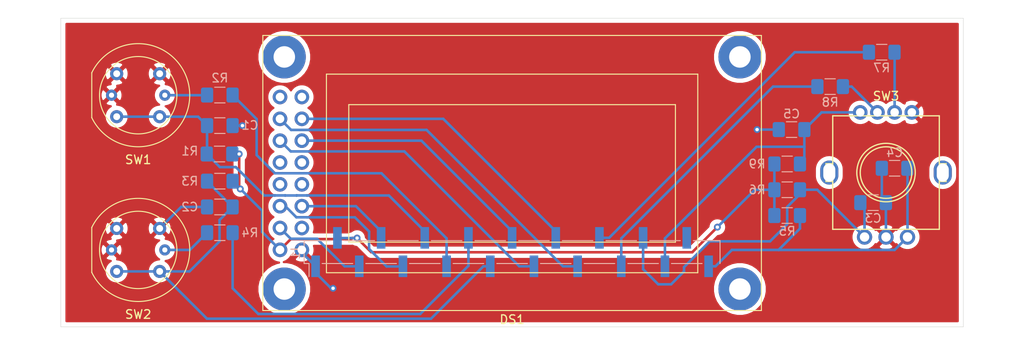
<source format=kicad_pcb>
(kicad_pcb (version 20171130) (host pcbnew "(5.1.2-1)-1")

  (general
    (thickness 1.6)
    (drawings 10)
    (tracks 171)
    (zones 0)
    (modules 19)
    (nets 23)
  )

  (page A4)
  (title_block
    (title "Controller front board with 2 button, encoder and OLED 8x2")
    (date 2020-11-18)
    (rev 0.1)
    (company SQ8KFH)
  )

  (layers
    (0 F.Cu signal)
    (31 B.Cu signal)
    (32 B.Adhes user)
    (33 F.Adhes user)
    (34 B.Paste user)
    (35 F.Paste user)
    (36 B.SilkS user)
    (37 F.SilkS user)
    (38 B.Mask user)
    (39 F.Mask user)
    (40 Dwgs.User user)
    (41 Cmts.User user)
    (42 Eco1.User user)
    (43 Eco2.User user)
    (44 Edge.Cuts user)
    (45 Margin user)
    (46 B.CrtYd user)
    (47 F.CrtYd user)
    (48 B.Fab user hide)
    (49 F.Fab user hide)
  )

  (setup
    (last_trace_width 0.3)
    (trace_clearance 0.25)
    (zone_clearance 0.508)
    (zone_45_only no)
    (trace_min 0.2)
    (via_size 0.8)
    (via_drill 0.4)
    (via_min_size 0.4)
    (via_min_drill 0.3)
    (uvia_size 0.3)
    (uvia_drill 0.1)
    (uvias_allowed no)
    (uvia_min_size 0.2)
    (uvia_min_drill 0.1)
    (edge_width 0.05)
    (segment_width 0.2)
    (pcb_text_width 0.3)
    (pcb_text_size 1.5 1.5)
    (mod_edge_width 0.12)
    (mod_text_size 1 1)
    (mod_text_width 0.15)
    (pad_size 1.524 1.524)
    (pad_drill 0.762)
    (pad_to_mask_clearance 0.051)
    (solder_mask_min_width 0.25)
    (aux_axis_origin 0 0)
    (grid_origin 162.5 102)
    (visible_elements FFFFFF7F)
    (pcbplotparams
      (layerselection 0x010f0_ffffffff)
      (usegerberextensions true)
      (usegerberattributes false)
      (usegerberadvancedattributes false)
      (creategerberjobfile false)
      (excludeedgelayer true)
      (linewidth 0.100000)
      (plotframeref false)
      (viasonmask false)
      (mode 1)
      (useauxorigin false)
      (hpglpennumber 1)
      (hpglpenspeed 20)
      (hpglpendiameter 15.000000)
      (psnegative false)
      (psa4output false)
      (plotreference true)
      (plotvalue false)
      (plotinvisibletext false)
      (padsonsilk false)
      (subtractmaskfromsilk false)
      (outputformat 1)
      (mirror false)
      (drillshape 0)
      (scaleselection 1)
      (outputdirectory "gerber/"))
  )

  (net 0 "")
  (net 1 "/PB5(INT2)")
  (net 2 GND)
  (net 3 "/PC7(D2A)")
  (net 4 /PC6)
  (net 5 /PC5)
  (net 6 /PC4)
  (net 7 "/PB2(INT1)")
  (net 8 /PD7)
  (net 9 /PD6)
  (net 10 /PD5)
  (net 11 "/PB7(SCK)")
  (net 12 "/PB1(MOSI)")
  (net 13 "/PB0(MISO)")
  (net 14 +5V)
  (net 15 /PB6)
  (net 16 /PB4)
  (net 17 "Net-(R2-Pad1)")
  (net 18 "Net-(R4-Pad1)")
  (net 19 "/PC0(INT3)")
  (net 20 /PB3)
  (net 21 "Net-(R7-Pad2)")
  (net 22 "Net-(R8-Pad2)")

  (net_class Default "To jest domyślna klasa połączeń."
    (clearance 0.25)
    (trace_width 0.3)
    (via_dia 0.8)
    (via_drill 0.4)
    (uvia_dia 0.3)
    (uvia_drill 0.1)
    (add_net +5V)
    (add_net "/PB0(MISO)")
    (add_net "/PB1(MOSI)")
    (add_net "/PB2(INT1)")
    (add_net /PB3)
    (add_net /PB4)
    (add_net "/PB5(INT2)")
    (add_net /PB6)
    (add_net "/PB7(SCK)")
    (add_net "/PC0(INT3)")
    (add_net /PC4)
    (add_net /PC5)
    (add_net /PC6)
    (add_net "/PC7(D2A)")
    (add_net /PD5)
    (add_net /PD6)
    (add_net /PD7)
    (add_net GND)
    (add_net "Net-(R2-Pad1)")
    (add_net "Net-(R4-Pad1)")
    (add_net "Net-(R7-Pad2)")
    (add_net "Net-(R8-Pad2)")
  )

  (module kfhlib:PEL12D-4xxxS-Sxxxx (layer F.Cu) (tedit 5F9C922C) (tstamp 5F9CDED2)
    (at 206 102)
    (descr "BOURNS PEL12D-4xxxS-Sxxxx Encoder with Dual LED & Switch")
    (tags "bourns encoder")
    (path /5F9CE5C6)
    (fp_text reference SW3 (at 0 -8.9 180) (layer F.SilkS)
      (effects (font (size 1 1) (thickness 0.15)))
    )
    (fp_text value Rotary_Encoder_with_Dual_LED_and_Switch (at 0 9.4 180) (layer F.Fab)
      (effects (font (size 1 1) (thickness 0.15)))
    )
    (fp_line (start -8 8.5) (end -8 -8) (layer F.CrtYd) (width 0.12))
    (fp_line (start 8 8.5) (end -8 8.5) (layer F.CrtYd) (width 0.12))
    (fp_line (start 8 -8) (end 8 8.5) (layer F.CrtYd) (width 0.12))
    (fp_line (start -8 -8) (end 8 -8) (layer F.CrtYd) (width 0.12))
    (fp_line (start -7 1.05) (end -6.2 1.05) (layer F.SilkS) (width 0.12))
    (fp_line (start -7 -1.05) (end -6.2 -1.05) (layer F.SilkS) (width 0.12))
    (fp_line (start 7 -1.05) (end 6.2 -1.05) (layer F.SilkS) (width 0.12))
    (fp_line (start 7 1.05) (end 6.2 1.05) (layer F.SilkS) (width 0.12))
    (fp_line (start 7 -1.05) (end 7 1.05) (layer F.SilkS) (width 0.12))
    (fp_line (start -7 -1.05) (end -7 1.05) (layer F.SilkS) (width 0.12))
    (fp_line (start -6.2 6.6) (end -6.2 -6.6) (layer F.SilkS) (width 0.15))
    (fp_line (start 6.2 6.6) (end -6.2 6.6) (layer F.SilkS) (width 0.15))
    (fp_line (start 6.2 -6.6) (end 6.2 6.6) (layer F.SilkS) (width 0.15))
    (fp_line (start -6.2 -6.6) (end 6.2 -6.6) (layer F.SilkS) (width 0.15))
    (fp_circle (center 0 0) (end 0 -3) (layer F.SilkS) (width 0.15))
    (fp_circle (center 0 0) (end 3.4 0) (layer F.SilkS) (width 0.15))
    (pad 1 thru_hole circle (at 3 -7 90) (size 1.7 1.7) (drill 1) (layers *.Cu *.Mask)
      (net 2 GND))
    (pad 2 thru_hole circle (at 1 -7 90) (size 1.7 1.7) (drill 1) (layers *.Cu *.Mask)
      (net 21 "Net-(R7-Pad2)"))
    (pad "" thru_hole oval (at 6.6 0) (size 2.1 2.8) (drill oval 1.4 2.1) (layers *.Cu *.Mask))
    (pad "" thru_hole oval (at -6.6 0) (size 2.1 2.8) (drill oval 1.4 2.1) (layers *.Cu *.Mask))
    (pad B thru_hole circle (at 2.5 7.5 90) (size 1.778 1.778) (drill 1.1) (layers *.Cu *.Mask)
      (net 19 "/PC0(INT3)"))
    (pad C thru_hole circle (at 0 7.5 90) (size 1.778 1.778) (drill 1.1) (layers *.Cu *.Mask)
      (net 2 GND))
    (pad A thru_hole circle (at -2.5 7.5 90) (size 1.778 1.778) (drill 1.1) (layers *.Cu *.Mask)
      (net 1 "/PB5(INT2)"))
    (pad 3 thru_hole circle (at -1 -7 90) (size 1.7 1.7) (drill 1) (layers *.Cu *.Mask)
      (net 22 "Net-(R8-Pad2)"))
    (pad 4 thru_hole circle (at -3 -7 90) (size 1.7 1.7) (drill 1) (layers *.Cu *.Mask)
      (net 15 /PB6))
  )

  (module Resistor_SMD:R_1206_3216Metric_Pad1.42x1.75mm_HandSolder (layer B.Cu) (tedit 5B301BBD) (tstamp 5F9CE463)
    (at 194.5 101)
    (descr "Resistor SMD 1206 (3216 Metric), square (rectangular) end terminal, IPC_7351 nominal with elongated pad for handsoldering. (Body size source: http://www.tortai-tech.com/upload/download/2011102023233369053.pdf), generated with kicad-footprint-generator")
    (tags "resistor handsolder")
    (path /5FA2C728)
    (attr smd)
    (fp_text reference R9 (at -3.5 0) (layer B.SilkS)
      (effects (font (size 1 1) (thickness 0.15)) (justify mirror))
    )
    (fp_text value 10k (at 0 -1.82) (layer B.Fab)
      (effects (font (size 1 1) (thickness 0.15)) (justify mirror))
    )
    (fp_text user %R (at 0 0) (layer B.Fab)
      (effects (font (size 0.8 0.8) (thickness 0.12)) (justify mirror))
    )
    (fp_line (start 2.45 -1.12) (end -2.45 -1.12) (layer B.CrtYd) (width 0.05))
    (fp_line (start 2.45 1.12) (end 2.45 -1.12) (layer B.CrtYd) (width 0.05))
    (fp_line (start -2.45 1.12) (end 2.45 1.12) (layer B.CrtYd) (width 0.05))
    (fp_line (start -2.45 -1.12) (end -2.45 1.12) (layer B.CrtYd) (width 0.05))
    (fp_line (start -0.602064 -0.91) (end 0.602064 -0.91) (layer B.SilkS) (width 0.12))
    (fp_line (start -0.602064 0.91) (end 0.602064 0.91) (layer B.SilkS) (width 0.12))
    (fp_line (start 1.6 -0.8) (end -1.6 -0.8) (layer B.Fab) (width 0.1))
    (fp_line (start 1.6 0.8) (end 1.6 -0.8) (layer B.Fab) (width 0.1))
    (fp_line (start -1.6 0.8) (end 1.6 0.8) (layer B.Fab) (width 0.1))
    (fp_line (start -1.6 -0.8) (end -1.6 0.8) (layer B.Fab) (width 0.1))
    (pad 2 smd roundrect (at 1.4875 0) (size 1.425 1.75) (layers B.Cu B.Paste B.Mask) (roundrect_rratio 0.175439)
      (net 15 /PB6))
    (pad 1 smd roundrect (at -1.4875 0) (size 1.425 1.75) (layers B.Cu B.Paste B.Mask) (roundrect_rratio 0.175439)
      (net 14 +5V))
    (model ${KISYS3DMOD}/Resistor_SMD.3dshapes/R_1206_3216Metric.wrl
      (at (xyz 0 0 0))
      (scale (xyz 1 1 1))
      (rotate (xyz 0 0 0))
    )
  )

  (module Resistor_SMD:R_1206_3216Metric_Pad1.42x1.75mm_HandSolder (layer B.Cu) (tedit 5B301BBD) (tstamp 5F9CE547)
    (at 199.5 92)
    (descr "Resistor SMD 1206 (3216 Metric), square (rectangular) end terminal, IPC_7351 nominal with elongated pad for handsoldering. (Body size source: http://www.tortai-tech.com/upload/download/2011102023233369053.pdf), generated with kicad-footprint-generator")
    (tags "resistor handsolder")
    (path /5F9D5121)
    (attr smd)
    (fp_text reference R8 (at 0 1.82) (layer B.SilkS)
      (effects (font (size 1 1) (thickness 0.15)) (justify mirror))
    )
    (fp_text value 470R (at 0 -1.82) (layer B.Fab)
      (effects (font (size 1 1) (thickness 0.15)) (justify mirror))
    )
    (fp_text user %R (at 0 0) (layer B.Fab)
      (effects (font (size 0.8 0.8) (thickness 0.12)) (justify mirror))
    )
    (fp_line (start 2.45 -1.12) (end -2.45 -1.12) (layer B.CrtYd) (width 0.05))
    (fp_line (start 2.45 1.12) (end 2.45 -1.12) (layer B.CrtYd) (width 0.05))
    (fp_line (start -2.45 1.12) (end 2.45 1.12) (layer B.CrtYd) (width 0.05))
    (fp_line (start -2.45 -1.12) (end -2.45 1.12) (layer B.CrtYd) (width 0.05))
    (fp_line (start -0.602064 -0.91) (end 0.602064 -0.91) (layer B.SilkS) (width 0.12))
    (fp_line (start -0.602064 0.91) (end 0.602064 0.91) (layer B.SilkS) (width 0.12))
    (fp_line (start 1.6 -0.8) (end -1.6 -0.8) (layer B.Fab) (width 0.1))
    (fp_line (start 1.6 0.8) (end 1.6 -0.8) (layer B.Fab) (width 0.1))
    (fp_line (start -1.6 0.8) (end 1.6 0.8) (layer B.Fab) (width 0.1))
    (fp_line (start -1.6 -0.8) (end -1.6 0.8) (layer B.Fab) (width 0.1))
    (pad 2 smd roundrect (at 1.4875 0) (size 1.425 1.75) (layers B.Cu B.Paste B.Mask) (roundrect_rratio 0.175439)
      (net 22 "Net-(R8-Pad2)"))
    (pad 1 smd roundrect (at -1.4875 0) (size 1.425 1.75) (layers B.Cu B.Paste B.Mask) (roundrect_rratio 0.175439)
      (net 16 /PB4))
    (model ${KISYS3DMOD}/Resistor_SMD.3dshapes/R_1206_3216Metric.wrl
      (at (xyz 0 0 0))
      (scale (xyz 1 1 1))
      (rotate (xyz 0 0 0))
    )
  )

  (module Resistor_SMD:R_1206_3216Metric_Pad1.42x1.75mm_HandSolder (layer B.Cu) (tedit 5B301BBD) (tstamp 5F9CDBC9)
    (at 205.5 88)
    (descr "Resistor SMD 1206 (3216 Metric), square (rectangular) end terminal, IPC_7351 nominal with elongated pad for handsoldering. (Body size source: http://www.tortai-tech.com/upload/download/2011102023233369053.pdf), generated with kicad-footprint-generator")
    (tags "resistor handsolder")
    (path /5F9D466E)
    (attr smd)
    (fp_text reference R7 (at 0 1.82) (layer B.SilkS)
      (effects (font (size 1 1) (thickness 0.15)) (justify mirror))
    )
    (fp_text value 470R (at 0 -1.82) (layer B.Fab)
      (effects (font (size 1 1) (thickness 0.15)) (justify mirror))
    )
    (fp_text user %R (at 0 0) (layer B.Fab)
      (effects (font (size 0.8 0.8) (thickness 0.12)) (justify mirror))
    )
    (fp_line (start 2.45 -1.12) (end -2.45 -1.12) (layer B.CrtYd) (width 0.05))
    (fp_line (start 2.45 1.12) (end 2.45 -1.12) (layer B.CrtYd) (width 0.05))
    (fp_line (start -2.45 1.12) (end 2.45 1.12) (layer B.CrtYd) (width 0.05))
    (fp_line (start -2.45 -1.12) (end -2.45 1.12) (layer B.CrtYd) (width 0.05))
    (fp_line (start -0.602064 -0.91) (end 0.602064 -0.91) (layer B.SilkS) (width 0.12))
    (fp_line (start -0.602064 0.91) (end 0.602064 0.91) (layer B.SilkS) (width 0.12))
    (fp_line (start 1.6 -0.8) (end -1.6 -0.8) (layer B.Fab) (width 0.1))
    (fp_line (start 1.6 0.8) (end 1.6 -0.8) (layer B.Fab) (width 0.1))
    (fp_line (start -1.6 0.8) (end 1.6 0.8) (layer B.Fab) (width 0.1))
    (fp_line (start -1.6 -0.8) (end -1.6 0.8) (layer B.Fab) (width 0.1))
    (pad 2 smd roundrect (at 1.4875 0) (size 1.425 1.75) (layers B.Cu B.Paste B.Mask) (roundrect_rratio 0.175439)
      (net 21 "Net-(R7-Pad2)"))
    (pad 1 smd roundrect (at -1.4875 0) (size 1.425 1.75) (layers B.Cu B.Paste B.Mask) (roundrect_rratio 0.175439)
      (net 20 /PB3))
    (model ${KISYS3DMOD}/Resistor_SMD.3dshapes/R_1206_3216Metric.wrl
      (at (xyz 0 0 0))
      (scale (xyz 1 1 1))
      (rotate (xyz 0 0 0))
    )
  )

  (module Resistor_SMD:R_1206_3216Metric_Pad1.42x1.75mm_HandSolder (layer B.Cu) (tedit 5B301BBD) (tstamp 5F9CDBB8)
    (at 194.5 104)
    (descr "Resistor SMD 1206 (3216 Metric), square (rectangular) end terminal, IPC_7351 nominal with elongated pad for handsoldering. (Body size source: http://www.tortai-tech.com/upload/download/2011102023233369053.pdf), generated with kicad-footprint-generator")
    (tags "resistor handsolder")
    (path /5FA1CE23)
    (attr smd)
    (fp_text reference R6 (at -3.5 0) (layer B.SilkS)
      (effects (font (size 1 1) (thickness 0.15)) (justify mirror))
    )
    (fp_text value 10k (at 0 -1.82) (layer B.Fab)
      (effects (font (size 1 1) (thickness 0.15)) (justify mirror))
    )
    (fp_text user %R (at 0 0) (layer B.Fab)
      (effects (font (size 0.8 0.8) (thickness 0.12)) (justify mirror))
    )
    (fp_line (start 2.45 -1.12) (end -2.45 -1.12) (layer B.CrtYd) (width 0.05))
    (fp_line (start 2.45 1.12) (end 2.45 -1.12) (layer B.CrtYd) (width 0.05))
    (fp_line (start -2.45 1.12) (end 2.45 1.12) (layer B.CrtYd) (width 0.05))
    (fp_line (start -2.45 -1.12) (end -2.45 1.12) (layer B.CrtYd) (width 0.05))
    (fp_line (start -0.602064 -0.91) (end 0.602064 -0.91) (layer B.SilkS) (width 0.12))
    (fp_line (start -0.602064 0.91) (end 0.602064 0.91) (layer B.SilkS) (width 0.12))
    (fp_line (start 1.6 -0.8) (end -1.6 -0.8) (layer B.Fab) (width 0.1))
    (fp_line (start 1.6 0.8) (end 1.6 -0.8) (layer B.Fab) (width 0.1))
    (fp_line (start -1.6 0.8) (end 1.6 0.8) (layer B.Fab) (width 0.1))
    (fp_line (start -1.6 -0.8) (end -1.6 0.8) (layer B.Fab) (width 0.1))
    (pad 2 smd roundrect (at 1.4875 0) (size 1.425 1.75) (layers B.Cu B.Paste B.Mask) (roundrect_rratio 0.175439)
      (net 1 "/PB5(INT2)"))
    (pad 1 smd roundrect (at -1.4875 0) (size 1.425 1.75) (layers B.Cu B.Paste B.Mask) (roundrect_rratio 0.175439)
      (net 14 +5V))
    (model ${KISYS3DMOD}/Resistor_SMD.3dshapes/R_1206_3216Metric.wrl
      (at (xyz 0 0 0))
      (scale (xyz 1 1 1))
      (rotate (xyz 0 0 0))
    )
  )

  (module Resistor_SMD:R_1206_3216Metric_Pad1.42x1.75mm_HandSolder (layer B.Cu) (tedit 5B301BBD) (tstamp 5F9CDBA7)
    (at 194.5 107)
    (descr "Resistor SMD 1206 (3216 Metric), square (rectangular) end terminal, IPC_7351 nominal with elongated pad for handsoldering. (Body size source: http://www.tortai-tech.com/upload/download/2011102023233369053.pdf), generated with kicad-footprint-generator")
    (tags "resistor handsolder")
    (path /5FA1D6FF)
    (attr smd)
    (fp_text reference R5 (at 0 1.82) (layer B.SilkS)
      (effects (font (size 1 1) (thickness 0.15)) (justify mirror))
    )
    (fp_text value 10k (at 0 -1.82) (layer B.Fab)
      (effects (font (size 1 1) (thickness 0.15)) (justify mirror))
    )
    (fp_text user %R (at 0 0) (layer B.Fab)
      (effects (font (size 0.8 0.8) (thickness 0.12)) (justify mirror))
    )
    (fp_line (start 2.45 -1.12) (end -2.45 -1.12) (layer B.CrtYd) (width 0.05))
    (fp_line (start 2.45 1.12) (end 2.45 -1.12) (layer B.CrtYd) (width 0.05))
    (fp_line (start -2.45 1.12) (end 2.45 1.12) (layer B.CrtYd) (width 0.05))
    (fp_line (start -2.45 -1.12) (end -2.45 1.12) (layer B.CrtYd) (width 0.05))
    (fp_line (start -0.602064 -0.91) (end 0.602064 -0.91) (layer B.SilkS) (width 0.12))
    (fp_line (start -0.602064 0.91) (end 0.602064 0.91) (layer B.SilkS) (width 0.12))
    (fp_line (start 1.6 -0.8) (end -1.6 -0.8) (layer B.Fab) (width 0.1))
    (fp_line (start 1.6 0.8) (end 1.6 -0.8) (layer B.Fab) (width 0.1))
    (fp_line (start -1.6 0.8) (end 1.6 0.8) (layer B.Fab) (width 0.1))
    (fp_line (start -1.6 -0.8) (end -1.6 0.8) (layer B.Fab) (width 0.1))
    (pad 2 smd roundrect (at 1.4875 0) (size 1.425 1.75) (layers B.Cu B.Paste B.Mask) (roundrect_rratio 0.175439)
      (net 19 "/PC0(INT3)"))
    (pad 1 smd roundrect (at -1.4875 0) (size 1.425 1.75) (layers B.Cu B.Paste B.Mask) (roundrect_rratio 0.175439)
      (net 14 +5V))
    (model ${KISYS3DMOD}/Resistor_SMD.3dshapes/R_1206_3216Metric.wrl
      (at (xyz 0 0 0))
      (scale (xyz 1 1 1))
      (rotate (xyz 0 0 0))
    )
  )

  (module Capacitor_SMD:C_1206_3216Metric_Pad1.42x1.75mm_HandSolder (layer B.Cu) (tedit 5B301BBE) (tstamp 5F9CEC03)
    (at 195.0125 97 180)
    (descr "Capacitor SMD 1206 (3216 Metric), square (rectangular) end terminal, IPC_7351 nominal with elongated pad for handsoldering. (Body size source: http://www.tortai-tech.com/upload/download/2011102023233369053.pdf), generated with kicad-footprint-generator")
    (tags "capacitor handsolder")
    (path /5FA0D913)
    (attr smd)
    (fp_text reference C5 (at 0 1.82) (layer B.SilkS)
      (effects (font (size 1 1) (thickness 0.15)) (justify mirror))
    )
    (fp_text value 100nF (at 0 -1.82) (layer B.Fab)
      (effects (font (size 1 1) (thickness 0.15)) (justify mirror))
    )
    (fp_text user %R (at 0 0) (layer B.Fab)
      (effects (font (size 0.8 0.8) (thickness 0.12)) (justify mirror))
    )
    (fp_line (start 2.45 -1.12) (end -2.45 -1.12) (layer B.CrtYd) (width 0.05))
    (fp_line (start 2.45 1.12) (end 2.45 -1.12) (layer B.CrtYd) (width 0.05))
    (fp_line (start -2.45 1.12) (end 2.45 1.12) (layer B.CrtYd) (width 0.05))
    (fp_line (start -2.45 -1.12) (end -2.45 1.12) (layer B.CrtYd) (width 0.05))
    (fp_line (start -0.602064 -0.91) (end 0.602064 -0.91) (layer B.SilkS) (width 0.12))
    (fp_line (start -0.602064 0.91) (end 0.602064 0.91) (layer B.SilkS) (width 0.12))
    (fp_line (start 1.6 -0.8) (end -1.6 -0.8) (layer B.Fab) (width 0.1))
    (fp_line (start 1.6 0.8) (end 1.6 -0.8) (layer B.Fab) (width 0.1))
    (fp_line (start -1.6 0.8) (end 1.6 0.8) (layer B.Fab) (width 0.1))
    (fp_line (start -1.6 -0.8) (end -1.6 0.8) (layer B.Fab) (width 0.1))
    (pad 2 smd roundrect (at 1.4875 0 180) (size 1.425 1.75) (layers B.Cu B.Paste B.Mask) (roundrect_rratio 0.175439)
      (net 2 GND))
    (pad 1 smd roundrect (at -1.4875 0 180) (size 1.425 1.75) (layers B.Cu B.Paste B.Mask) (roundrect_rratio 0.175439)
      (net 15 /PB6))
    (model ${KISYS3DMOD}/Capacitor_SMD.3dshapes/C_1206_3216Metric.wrl
      (at (xyz 0 0 0))
      (scale (xyz 1 1 1))
      (rotate (xyz 0 0 0))
    )
  )

  (module Capacitor_SMD:C_1206_3216Metric_Pad1.42x1.75mm_HandSolder (layer B.Cu) (tedit 5B301BBE) (tstamp 5F9CD9DD)
    (at 207 101.5 180)
    (descr "Capacitor SMD 1206 (3216 Metric), square (rectangular) end terminal, IPC_7351 nominal with elongated pad for handsoldering. (Body size source: http://www.tortai-tech.com/upload/download/2011102023233369053.pdf), generated with kicad-footprint-generator")
    (tags "capacitor handsolder")
    (path /5FA0DD82)
    (attr smd)
    (fp_text reference C4 (at 0 1.82) (layer B.SilkS)
      (effects (font (size 1 1) (thickness 0.15)) (justify mirror))
    )
    (fp_text value 100nF (at 0 -1.82) (layer B.Fab)
      (effects (font (size 1 1) (thickness 0.15)) (justify mirror))
    )
    (fp_text user %R (at 0 0) (layer B.Fab)
      (effects (font (size 0.8 0.8) (thickness 0.12)) (justify mirror))
    )
    (fp_line (start 2.45 -1.12) (end -2.45 -1.12) (layer B.CrtYd) (width 0.05))
    (fp_line (start 2.45 1.12) (end 2.45 -1.12) (layer B.CrtYd) (width 0.05))
    (fp_line (start -2.45 1.12) (end 2.45 1.12) (layer B.CrtYd) (width 0.05))
    (fp_line (start -2.45 -1.12) (end -2.45 1.12) (layer B.CrtYd) (width 0.05))
    (fp_line (start -0.602064 -0.91) (end 0.602064 -0.91) (layer B.SilkS) (width 0.12))
    (fp_line (start -0.602064 0.91) (end 0.602064 0.91) (layer B.SilkS) (width 0.12))
    (fp_line (start 1.6 -0.8) (end -1.6 -0.8) (layer B.Fab) (width 0.1))
    (fp_line (start 1.6 0.8) (end 1.6 -0.8) (layer B.Fab) (width 0.1))
    (fp_line (start -1.6 0.8) (end 1.6 0.8) (layer B.Fab) (width 0.1))
    (fp_line (start -1.6 -0.8) (end -1.6 0.8) (layer B.Fab) (width 0.1))
    (pad 2 smd roundrect (at 1.4875 0 180) (size 1.425 1.75) (layers B.Cu B.Paste B.Mask) (roundrect_rratio 0.175439)
      (net 2 GND))
    (pad 1 smd roundrect (at -1.4875 0 180) (size 1.425 1.75) (layers B.Cu B.Paste B.Mask) (roundrect_rratio 0.175439)
      (net 19 "/PC0(INT3)"))
    (model ${KISYS3DMOD}/Capacitor_SMD.3dshapes/C_1206_3216Metric.wrl
      (at (xyz 0 0 0))
      (scale (xyz 1 1 1))
      (rotate (xyz 0 0 0))
    )
  )

  (module Capacitor_SMD:C_1206_3216Metric_Pad1.42x1.75mm_HandSolder (layer B.Cu) (tedit 5B301BBE) (tstamp 5F9CE845)
    (at 204.5 105.5)
    (descr "Capacitor SMD 1206 (3216 Metric), square (rectangular) end terminal, IPC_7351 nominal with elongated pad for handsoldering. (Body size source: http://www.tortai-tech.com/upload/download/2011102023233369053.pdf), generated with kicad-footprint-generator")
    (tags "capacitor handsolder")
    (path /5FA0E262)
    (attr smd)
    (fp_text reference C3 (at 0 1.82) (layer B.SilkS)
      (effects (font (size 1 1) (thickness 0.15)) (justify mirror))
    )
    (fp_text value 100nF (at 0 -1.82) (layer B.Fab)
      (effects (font (size 1 1) (thickness 0.15)) (justify mirror))
    )
    (fp_text user %R (at 0 0) (layer B.Fab)
      (effects (font (size 0.8 0.8) (thickness 0.12)) (justify mirror))
    )
    (fp_line (start 2.45 -1.12) (end -2.45 -1.12) (layer B.CrtYd) (width 0.05))
    (fp_line (start 2.45 1.12) (end 2.45 -1.12) (layer B.CrtYd) (width 0.05))
    (fp_line (start -2.45 1.12) (end 2.45 1.12) (layer B.CrtYd) (width 0.05))
    (fp_line (start -2.45 -1.12) (end -2.45 1.12) (layer B.CrtYd) (width 0.05))
    (fp_line (start -0.602064 -0.91) (end 0.602064 -0.91) (layer B.SilkS) (width 0.12))
    (fp_line (start -0.602064 0.91) (end 0.602064 0.91) (layer B.SilkS) (width 0.12))
    (fp_line (start 1.6 -0.8) (end -1.6 -0.8) (layer B.Fab) (width 0.1))
    (fp_line (start 1.6 0.8) (end 1.6 -0.8) (layer B.Fab) (width 0.1))
    (fp_line (start -1.6 0.8) (end 1.6 0.8) (layer B.Fab) (width 0.1))
    (fp_line (start -1.6 -0.8) (end -1.6 0.8) (layer B.Fab) (width 0.1))
    (pad 2 smd roundrect (at 1.4875 0) (size 1.425 1.75) (layers B.Cu B.Paste B.Mask) (roundrect_rratio 0.175439)
      (net 2 GND))
    (pad 1 smd roundrect (at -1.4875 0) (size 1.425 1.75) (layers B.Cu B.Paste B.Mask) (roundrect_rratio 0.175439)
      (net 1 "/PB5(INT2)"))
    (model ${KISYS3DMOD}/Capacitor_SMD.3dshapes/C_1206_3216Metric.wrl
      (at (xyz 0 0 0))
      (scale (xyz 1 1 1))
      (rotate (xyz 0 0 0))
    )
  )

  (module kfhlib:REC000802A (layer F.Cu) (tedit 5F9C6496) (tstamp 5F9CC000)
    (at 162.5 102.1)
    (descr "LCD 16x2 https://www.raystar-optronics.com/upload_files/oled-display/16x2-oled-character-display/REC000802A-datasheet.pdf")
    (tags "LCD 8x2 Alphanumeric 16pin")
    (path /5FA5B80D)
    (fp_text reference DS1 (at 0 17) (layer F.SilkS)
      (effects (font (size 1 1) (thickness 0.15)))
    )
    (fp_text value RS0010 (at 0 -17) (layer F.Fab)
      (effects (font (size 1 1) (thickness 0.15)))
    )
    (fp_line (start -19 8) (end -19 -8) (layer F.SilkS) (width 0.12))
    (fp_line (start 19 8) (end -19 8) (layer F.SilkS) (width 0.12))
    (fp_line (start 19 -8) (end 19 8) (layer F.SilkS) (width 0.12))
    (fp_line (start -19 -8) (end 19 -8) (layer F.SilkS) (width 0.12))
    (fp_line (start -21.6 11.55) (end -21.6 -11.55) (layer F.SilkS) (width 0.12))
    (fp_line (start 21.6 11.55) (end -21.6 11.55) (layer F.SilkS) (width 0.12))
    (fp_line (start 21.6 -11.55) (end 21.6 11.55) (layer F.SilkS) (width 0.12))
    (fp_line (start -21.6 -11.55) (end 21.6 -11.55) (layer F.SilkS) (width 0.12))
    (fp_line (start -29 15.95) (end -29 -16.05) (layer F.SilkS) (width 0.12))
    (fp_line (start 29 15.95) (end -29 15.95) (layer F.SilkS) (width 0.12))
    (fp_line (start 29 -16.05) (end 29 15.95) (layer F.SilkS) (width 0.12))
    (fp_line (start -29 -16.05) (end 29 -16.05) (layer F.SilkS) (width 0.12))
    (pad 16 thru_hole circle (at -27 -8.89) (size 1.7 1.7) (drill 1) (layers *.Cu *.Mask))
    (pad 15 thru_hole circle (at -24.46 -8.89) (size 1.7 1.7) (drill 1) (layers *.Cu *.Mask))
    (pad 14 thru_hole circle (at -27 -6.35) (size 1.7 1.7) (drill 1) (layers *.Cu *.Mask)
      (net 3 "/PC7(D2A)"))
    (pad 13 thru_hole circle (at -24.46 -6.35) (size 1.7 1.7) (drill 1) (layers *.Cu *.Mask)
      (net 4 /PC6))
    (pad 12 thru_hole circle (at -27 -3.81) (size 1.7 1.7) (drill 1) (layers *.Cu *.Mask)
      (net 5 /PC5))
    (pad 11 thru_hole circle (at -24.46 -3.81) (size 1.7 1.7) (drill 1) (layers *.Cu *.Mask)
      (net 6 /PC4))
    (pad 10 thru_hole circle (at -27 -1.27) (size 1.7 1.7) (drill 1) (layers *.Cu *.Mask))
    (pad 9 thru_hole circle (at -24.46 -1.27) (size 1.7 1.7) (drill 1) (layers *.Cu *.Mask))
    (pad 8 thru_hole circle (at -27 1.27) (size 1.7 1.7) (drill 1) (layers *.Cu *.Mask))
    (pad 7 thru_hole circle (at -24.46 1.27) (size 1.7 1.7) (drill 1) (layers *.Cu *.Mask))
    (pad 6 thru_hole circle (at -27 3.81) (size 1.7 1.7) (drill 1) (layers *.Cu *.Mask)
      (net 11 "/PB7(SCK)"))
    (pad 5 thru_hole circle (at -24.46 3.81) (size 1.7 1.7) (drill 1) (layers *.Cu *.Mask)
      (net 12 "/PB1(MOSI)"))
    (pad 4 thru_hole circle (at -27 6.35) (size 1.7 1.7) (drill 1) (layers *.Cu *.Mask)
      (net 13 "/PB0(MISO)"))
    (pad 3 thru_hole circle (at -24.46 6.35) (size 1.7 1.7) (drill 1) (layers *.Cu *.Mask))
    (pad 2 thru_hole circle (at -27 8.89) (size 1.7 1.7) (drill 1) (layers *.Cu *.Mask)
      (net 14 +5V))
    (pad 1 thru_hole circle (at -24.46 8.89) (size 1.7 1.7) (drill 1) (layers *.Cu *.Mask)
      (net 2 GND))
    (pad "" thru_hole circle (at -26.5 13.45) (size 5 5) (drill 2.5) (layers *.Cu *.Mask))
    (pad "" thru_hole circle (at 26.5 13.45) (size 5 5) (drill 2.5) (layers *.Cu *.Mask))
    (pad "" thru_hole circle (at 26.5 -13.55) (size 5 5) (drill 2.5) (layers *.Cu *.Mask))
    (pad "" thru_hole circle (at -26.5 -13.55) (size 5 5) (drill 2.5) (layers *.Cu *.Mask))
  )

  (module Connector_PinHeader_2.54mm:PinHeader_1x19_P2.54mm_Vertical_SMD_Pin1Right locked (layer B.Cu) (tedit 59FED5CC) (tstamp 5F9BDD74)
    (at 162.5 111.25 270)
    (descr "surface-mounted straight pin header, 1x19, 2.54mm pitch, single row, style 2 (pin 1 right)")
    (tags "Surface mounted pin header SMD 1x19 2.54mm single row style2 pin1 right")
    (path /5FCB9B12)
    (attr smd)
    (fp_text reference J1 (at 0 25.19 90) (layer B.SilkS)
      (effects (font (size 1 1) (thickness 0.15)) (justify mirror))
    )
    (fp_text value Conn_01x19 (at 0 -25.19 90) (layer B.Fab)
      (effects (font (size 1 1) (thickness 0.15)) (justify mirror))
    )
    (fp_text user %R (at 0 0 180) (layer B.Fab)
      (effects (font (size 1 1) (thickness 0.15)) (justify mirror))
    )
    (fp_line (start 3.45 24.65) (end -3.45 24.65) (layer B.CrtYd) (width 0.05))
    (fp_line (start 3.45 -24.65) (end 3.45 24.65) (layer B.CrtYd) (width 0.05))
    (fp_line (start -3.45 -24.65) (end 3.45 -24.65) (layer B.CrtYd) (width 0.05))
    (fp_line (start -3.45 24.65) (end -3.45 -24.65) (layer B.CrtYd) (width 0.05))
    (fp_line (start -1.33 -21.08) (end -1.33 -24.19) (layer B.SilkS) (width 0.12))
    (fp_line (start -1.33 -16) (end -1.33 -19.56) (layer B.SilkS) (width 0.12))
    (fp_line (start -1.33 -10.92) (end -1.33 -14.48) (layer B.SilkS) (width 0.12))
    (fp_line (start -1.33 -5.84) (end -1.33 -9.4) (layer B.SilkS) (width 0.12))
    (fp_line (start -1.33 -0.76) (end -1.33 -4.32) (layer B.SilkS) (width 0.12))
    (fp_line (start -1.33 4.32) (end -1.33 0.76) (layer B.SilkS) (width 0.12))
    (fp_line (start -1.33 9.4) (end -1.33 5.84) (layer B.SilkS) (width 0.12))
    (fp_line (start -1.33 14.48) (end -1.33 10.92) (layer B.SilkS) (width 0.12))
    (fp_line (start -1.33 19.56) (end -1.33 16) (layer B.SilkS) (width 0.12))
    (fp_line (start -1.33 -23.62) (end -1.33 -24.19) (layer B.SilkS) (width 0.12))
    (fp_line (start 1.33 24.19) (end 1.33 23.62) (layer B.SilkS) (width 0.12))
    (fp_line (start 1.33 23.62) (end 2.85 23.62) (layer B.SilkS) (width 0.12))
    (fp_line (start -1.33 24.19) (end -1.33 21.08) (layer B.SilkS) (width 0.12))
    (fp_line (start 1.33 -18.54) (end 1.33 -22.1) (layer B.SilkS) (width 0.12))
    (fp_line (start 1.33 -13.46) (end 1.33 -17.02) (layer B.SilkS) (width 0.12))
    (fp_line (start 1.33 -8.38) (end 1.33 -11.94) (layer B.SilkS) (width 0.12))
    (fp_line (start 1.33 -3.3) (end 1.33 -6.86) (layer B.SilkS) (width 0.12))
    (fp_line (start 1.33 1.78) (end 1.33 -1.78) (layer B.SilkS) (width 0.12))
    (fp_line (start 1.33 6.86) (end 1.33 3.3) (layer B.SilkS) (width 0.12))
    (fp_line (start 1.33 11.94) (end 1.33 8.38) (layer B.SilkS) (width 0.12))
    (fp_line (start 1.33 17.02) (end 1.33 13.46) (layer B.SilkS) (width 0.12))
    (fp_line (start 1.33 22.1) (end 1.33 18.54) (layer B.SilkS) (width 0.12))
    (fp_line (start -1.33 -24.19) (end 1.33 -24.19) (layer B.SilkS) (width 0.12))
    (fp_line (start -1.33 24.19) (end 1.33 24.19) (layer B.SilkS) (width 0.12))
    (fp_line (start 2.54 -23.18) (end 1.27 -23.18) (layer B.Fab) (width 0.1))
    (fp_line (start 2.54 -22.54) (end 2.54 -23.18) (layer B.Fab) (width 0.1))
    (fp_line (start 1.27 -22.54) (end 2.54 -22.54) (layer B.Fab) (width 0.1))
    (fp_line (start 2.54 -18.1) (end 1.27 -18.1) (layer B.Fab) (width 0.1))
    (fp_line (start 2.54 -17.46) (end 2.54 -18.1) (layer B.Fab) (width 0.1))
    (fp_line (start 1.27 -17.46) (end 2.54 -17.46) (layer B.Fab) (width 0.1))
    (fp_line (start 2.54 -13.02) (end 1.27 -13.02) (layer B.Fab) (width 0.1))
    (fp_line (start 2.54 -12.38) (end 2.54 -13.02) (layer B.Fab) (width 0.1))
    (fp_line (start 1.27 -12.38) (end 2.54 -12.38) (layer B.Fab) (width 0.1))
    (fp_line (start 2.54 -7.94) (end 1.27 -7.94) (layer B.Fab) (width 0.1))
    (fp_line (start 2.54 -7.3) (end 2.54 -7.94) (layer B.Fab) (width 0.1))
    (fp_line (start 1.27 -7.3) (end 2.54 -7.3) (layer B.Fab) (width 0.1))
    (fp_line (start 2.54 -2.86) (end 1.27 -2.86) (layer B.Fab) (width 0.1))
    (fp_line (start 2.54 -2.22) (end 2.54 -2.86) (layer B.Fab) (width 0.1))
    (fp_line (start 1.27 -2.22) (end 2.54 -2.22) (layer B.Fab) (width 0.1))
    (fp_line (start 2.54 2.22) (end 1.27 2.22) (layer B.Fab) (width 0.1))
    (fp_line (start 2.54 2.86) (end 2.54 2.22) (layer B.Fab) (width 0.1))
    (fp_line (start 1.27 2.86) (end 2.54 2.86) (layer B.Fab) (width 0.1))
    (fp_line (start 2.54 7.3) (end 1.27 7.3) (layer B.Fab) (width 0.1))
    (fp_line (start 2.54 7.94) (end 2.54 7.3) (layer B.Fab) (width 0.1))
    (fp_line (start 1.27 7.94) (end 2.54 7.94) (layer B.Fab) (width 0.1))
    (fp_line (start 2.54 12.38) (end 1.27 12.38) (layer B.Fab) (width 0.1))
    (fp_line (start 2.54 13.02) (end 2.54 12.38) (layer B.Fab) (width 0.1))
    (fp_line (start 1.27 13.02) (end 2.54 13.02) (layer B.Fab) (width 0.1))
    (fp_line (start 2.54 17.46) (end 1.27 17.46) (layer B.Fab) (width 0.1))
    (fp_line (start 2.54 18.1) (end 2.54 17.46) (layer B.Fab) (width 0.1))
    (fp_line (start 1.27 18.1) (end 2.54 18.1) (layer B.Fab) (width 0.1))
    (fp_line (start 2.54 22.54) (end 1.27 22.54) (layer B.Fab) (width 0.1))
    (fp_line (start 2.54 23.18) (end 2.54 22.54) (layer B.Fab) (width 0.1))
    (fp_line (start 1.27 23.18) (end 2.54 23.18) (layer B.Fab) (width 0.1))
    (fp_line (start -2.54 -20.64) (end -1.27 -20.64) (layer B.Fab) (width 0.1))
    (fp_line (start -2.54 -20) (end -2.54 -20.64) (layer B.Fab) (width 0.1))
    (fp_line (start -1.27 -20) (end -2.54 -20) (layer B.Fab) (width 0.1))
    (fp_line (start -2.54 -15.56) (end -1.27 -15.56) (layer B.Fab) (width 0.1))
    (fp_line (start -2.54 -14.92) (end -2.54 -15.56) (layer B.Fab) (width 0.1))
    (fp_line (start -1.27 -14.92) (end -2.54 -14.92) (layer B.Fab) (width 0.1))
    (fp_line (start -2.54 -10.48) (end -1.27 -10.48) (layer B.Fab) (width 0.1))
    (fp_line (start -2.54 -9.84) (end -2.54 -10.48) (layer B.Fab) (width 0.1))
    (fp_line (start -1.27 -9.84) (end -2.54 -9.84) (layer B.Fab) (width 0.1))
    (fp_line (start -2.54 -5.4) (end -1.27 -5.4) (layer B.Fab) (width 0.1))
    (fp_line (start -2.54 -4.76) (end -2.54 -5.4) (layer B.Fab) (width 0.1))
    (fp_line (start -1.27 -4.76) (end -2.54 -4.76) (layer B.Fab) (width 0.1))
    (fp_line (start -2.54 -0.32) (end -1.27 -0.32) (layer B.Fab) (width 0.1))
    (fp_line (start -2.54 0.32) (end -2.54 -0.32) (layer B.Fab) (width 0.1))
    (fp_line (start -1.27 0.32) (end -2.54 0.32) (layer B.Fab) (width 0.1))
    (fp_line (start -2.54 4.76) (end -1.27 4.76) (layer B.Fab) (width 0.1))
    (fp_line (start -2.54 5.4) (end -2.54 4.76) (layer B.Fab) (width 0.1))
    (fp_line (start -1.27 5.4) (end -2.54 5.4) (layer B.Fab) (width 0.1))
    (fp_line (start -2.54 9.84) (end -1.27 9.84) (layer B.Fab) (width 0.1))
    (fp_line (start -2.54 10.48) (end -2.54 9.84) (layer B.Fab) (width 0.1))
    (fp_line (start -1.27 10.48) (end -2.54 10.48) (layer B.Fab) (width 0.1))
    (fp_line (start -2.54 14.92) (end -1.27 14.92) (layer B.Fab) (width 0.1))
    (fp_line (start -2.54 15.56) (end -2.54 14.92) (layer B.Fab) (width 0.1))
    (fp_line (start -1.27 15.56) (end -2.54 15.56) (layer B.Fab) (width 0.1))
    (fp_line (start -2.54 20) (end -1.27 20) (layer B.Fab) (width 0.1))
    (fp_line (start -2.54 20.64) (end -2.54 20) (layer B.Fab) (width 0.1))
    (fp_line (start -1.27 20.64) (end -2.54 20.64) (layer B.Fab) (width 0.1))
    (fp_line (start -1.27 24.13) (end -1.27 -24.13) (layer B.Fab) (width 0.1))
    (fp_line (start 1.27 23.18) (end 0.32 24.13) (layer B.Fab) (width 0.1))
    (fp_line (start 1.27 -24.13) (end 1.27 23.18) (layer B.Fab) (width 0.1))
    (fp_line (start -1.27 24.13) (end 0.32 24.13) (layer B.Fab) (width 0.1))
    (fp_line (start 1.27 -24.13) (end -1.27 -24.13) (layer B.Fab) (width 0.1))
    (pad 19 smd rect (at 1.655 -22.86 270) (size 2.51 1) (layers B.Cu B.Paste B.Mask)
      (net 19 "/PC0(INT3)"))
    (pad 17 smd rect (at 1.655 -17.78 270) (size 2.51 1) (layers B.Cu B.Paste B.Mask)
      (net 15 /PB6))
    (pad 15 smd rect (at 1.655 -12.7 270) (size 2.51 1) (layers B.Cu B.Paste B.Mask)
      (net 16 /PB4))
    (pad 13 smd rect (at 1.655 -7.62 270) (size 2.51 1) (layers B.Cu B.Paste B.Mask)
      (net 3 "/PC7(D2A)"))
    (pad 11 smd rect (at 1.655 -2.54 270) (size 2.51 1) (layers B.Cu B.Paste B.Mask)
      (net 5 /PC5))
    (pad 9 smd rect (at 1.655 2.54 270) (size 2.51 1) (layers B.Cu B.Paste B.Mask)
      (net 7 "/PB2(INT1)"))
    (pad 7 smd rect (at 1.655 7.62 270) (size 2.51 1) (layers B.Cu B.Paste B.Mask)
      (net 9 /PD6))
    (pad 5 smd rect (at 1.655 12.7 270) (size 2.51 1) (layers B.Cu B.Paste B.Mask)
      (net 11 "/PB7(SCK)"))
    (pad 3 smd rect (at 1.655 17.78 270) (size 2.51 1) (layers B.Cu B.Paste B.Mask)
      (net 13 "/PB0(MISO)"))
    (pad 1 smd rect (at 1.655 22.86 270) (size 2.51 1) (layers B.Cu B.Paste B.Mask)
      (net 2 GND))
    (pad 18 smd rect (at -1.655 -20.32 270) (size 2.51 1) (layers B.Cu B.Paste B.Mask))
    (pad 16 smd rect (at -1.655 -15.24 270) (size 2.51 1) (layers B.Cu B.Paste B.Mask)
      (net 1 "/PB5(INT2)"))
    (pad 14 smd rect (at -1.655 -10.16 270) (size 2.51 1) (layers B.Cu B.Paste B.Mask)
      (net 20 /PB3))
    (pad 12 smd rect (at -1.655 -5.08 270) (size 2.51 1) (layers B.Cu B.Paste B.Mask)
      (net 4 /PC6))
    (pad 10 smd rect (at -1.655 0 270) (size 2.51 1) (layers B.Cu B.Paste B.Mask)
      (net 6 /PC4))
    (pad 8 smd rect (at -1.655 5.08 270) (size 2.51 1) (layers B.Cu B.Paste B.Mask)
      (net 8 /PD7))
    (pad 6 smd rect (at -1.655 10.16 270) (size 2.51 1) (layers B.Cu B.Paste B.Mask)
      (net 10 /PD5))
    (pad 4 smd rect (at -1.655 15.24 270) (size 2.51 1) (layers B.Cu B.Paste B.Mask)
      (net 12 "/PB1(MOSI)"))
    (pad 2 smd rect (at -1.655 20.32 270) (size 2.51 1) (layers B.Cu B.Paste B.Mask)
      (net 14 +5V))
    (model ${KISYS3DMOD}/Connector_PinHeader_2.54mm.3dshapes/PinHeader_1x19_P2.54mm_Vertical_SMD_Pin1Right.wrl
      (at (xyz 0 0 0))
      (scale (xyz 1 1 1))
      (rotate (xyz 0 0 0))
    )
  )

  (module kfhlib:SW_PUSH_HIGHLY_KS01-BL (layer F.Cu) (tedit 5F9B3802) (tstamp 5F9CE307)
    (at 119 111)
    (descr "SPST-NO with LED - HIGHLY KS01-BL")
    (tags "switch normally-open pushbutton push-button LED")
    (path /5FA5F521)
    (fp_text reference SW2 (at 0 7.5) (layer F.SilkS)
      (effects (font (size 1 1) (thickness 0.15)))
    )
    (fp_text value SW_Push_LED (at 0 -7) (layer F.Fab)
      (effects (font (size 1 1) (thickness 0.15)))
    )
    (fp_circle (center 0 0) (end 0 6.5) (layer F.CrtYd) (width 0.12))
    (fp_circle (center 0 0) (end 0 4.5) (layer F.SilkS) (width 0.12))
    (fp_arc (start 0 0) (end -5.399999 2.609999) (angle -308.407947) (layer F.SilkS) (width 0.12))
    (fp_line (start -5.399999 -2.61) (end -5.399999 2.609999) (layer F.SilkS) (width 0.12))
    (pad 1 thru_hole circle (at -2.5 -2.5) (size 1.524 1.524) (drill 0.8) (layers *.Cu *.Mask)
      (net 2 GND))
    (pad 2 thru_hole circle (at -2.5 2.5) (size 1.524 1.524) (drill 0.8) (layers *.Cu *.Mask)
      (net 7 "/PB2(INT1)"))
    (pad 2 thru_hole circle (at 2.5 2.5) (size 1.524 1.524) (drill 0.8) (layers *.Cu *.Mask)
      (net 7 "/PB2(INT1)"))
    (pad 1 thru_hole circle (at 2.5 -2.5) (size 1.524 1.524) (drill 0.8) (layers *.Cu *.Mask)
      (net 2 GND))
    (pad 4 thru_hole circle (at 3.1 0) (size 1.3 1.3) (drill 0.6) (layers *.Cu *.Mask)
      (net 18 "Net-(R4-Pad1)"))
    (pad 3 thru_hole circle (at -3.1 0) (size 1.3 1.3) (drill 0.6) (layers *.Cu *.Mask)
      (net 2 GND))
  )

  (module kfhlib:SW_PUSH_HIGHLY_KS01-BL (layer F.Cu) (tedit 5F9B3802) (tstamp 5F9CE2C5)
    (at 119 93)
    (descr "SPST-NO with LED - HIGHLY KS01-BL")
    (tags "switch normally-open pushbutton push-button LED")
    (path /5FA5D55D)
    (fp_text reference SW1 (at 0 7.5) (layer F.SilkS)
      (effects (font (size 1 1) (thickness 0.15)))
    )
    (fp_text value SW_Push_LED (at 0 -7) (layer F.Fab)
      (effects (font (size 1 1) (thickness 0.15)))
    )
    (fp_circle (center 0 0) (end 0 6.5) (layer F.CrtYd) (width 0.12))
    (fp_circle (center 0 0) (end 0 4.5) (layer F.SilkS) (width 0.12))
    (fp_arc (start 0 0) (end -5.399999 2.609999) (angle -308.407947) (layer F.SilkS) (width 0.12))
    (fp_line (start -5.399999 -2.61) (end -5.399999 2.609999) (layer F.SilkS) (width 0.12))
    (pad 1 thru_hole circle (at -2.5 -2.5) (size 1.524 1.524) (drill 0.8) (layers *.Cu *.Mask)
      (net 2 GND))
    (pad 2 thru_hole circle (at -2.5 2.5) (size 1.524 1.524) (drill 0.8) (layers *.Cu *.Mask)
      (net 10 /PD5))
    (pad 2 thru_hole circle (at 2.5 2.5) (size 1.524 1.524) (drill 0.8) (layers *.Cu *.Mask)
      (net 10 /PD5))
    (pad 1 thru_hole circle (at 2.5 -2.5) (size 1.524 1.524) (drill 0.8) (layers *.Cu *.Mask)
      (net 2 GND))
    (pad 4 thru_hole circle (at 3.1 0) (size 1.3 1.3) (drill 0.6) (layers *.Cu *.Mask)
      (net 17 "Net-(R2-Pad1)"))
    (pad 3 thru_hole circle (at -3.1 0) (size 1.3 1.3) (drill 0.6) (layers *.Cu *.Mask)
      (net 2 GND))
  )

  (module Resistor_SMD:R_1206_3216Metric_Pad1.42x1.75mm_HandSolder (layer B.Cu) (tedit 5B301BBD) (tstamp 5F9CFCA0)
    (at 128.5 109)
    (descr "Resistor SMD 1206 (3216 Metric), square (rectangular) end terminal, IPC_7351 nominal with elongated pad for handsoldering. (Body size source: http://www.tortai-tech.com/upload/download/2011102023233369053.pdf), generated with kicad-footprint-generator")
    (tags "resistor handsolder")
    (path /5FA6CF35)
    (attr smd)
    (fp_text reference R4 (at 3.5 0) (layer B.SilkS)
      (effects (font (size 1 1) (thickness 0.15)) (justify mirror))
    )
    (fp_text value 470R (at 0 -1.82) (layer B.Fab)
      (effects (font (size 1 1) (thickness 0.15)) (justify mirror))
    )
    (fp_text user %R (at 0 0) (layer B.Fab)
      (effects (font (size 0.8 0.8) (thickness 0.12)) (justify mirror))
    )
    (fp_line (start 2.45 -1.12) (end -2.45 -1.12) (layer B.CrtYd) (width 0.05))
    (fp_line (start 2.45 1.12) (end 2.45 -1.12) (layer B.CrtYd) (width 0.05))
    (fp_line (start -2.45 1.12) (end 2.45 1.12) (layer B.CrtYd) (width 0.05))
    (fp_line (start -2.45 -1.12) (end -2.45 1.12) (layer B.CrtYd) (width 0.05))
    (fp_line (start -0.602064 -0.91) (end 0.602064 -0.91) (layer B.SilkS) (width 0.12))
    (fp_line (start -0.602064 0.91) (end 0.602064 0.91) (layer B.SilkS) (width 0.12))
    (fp_line (start 1.6 -0.8) (end -1.6 -0.8) (layer B.Fab) (width 0.1))
    (fp_line (start 1.6 0.8) (end 1.6 -0.8) (layer B.Fab) (width 0.1))
    (fp_line (start -1.6 0.8) (end 1.6 0.8) (layer B.Fab) (width 0.1))
    (fp_line (start -1.6 -0.8) (end -1.6 0.8) (layer B.Fab) (width 0.1))
    (pad 2 smd roundrect (at 1.4875 0) (size 1.425 1.75) (layers B.Cu B.Paste B.Mask) (roundrect_rratio 0.175439)
      (net 8 /PD7))
    (pad 1 smd roundrect (at -1.4875 0) (size 1.425 1.75) (layers B.Cu B.Paste B.Mask) (roundrect_rratio 0.175439)
      (net 18 "Net-(R4-Pad1)"))
    (model ${KISYS3DMOD}/Resistor_SMD.3dshapes/R_1206_3216Metric.wrl
      (at (xyz 0 0 0))
      (scale (xyz 1 1 1))
      (rotate (xyz 0 0 0))
    )
  )

  (module Resistor_SMD:R_1206_3216Metric_Pad1.42x1.75mm_HandSolder (layer B.Cu) (tedit 5B301BBD) (tstamp 5F9BDDA7)
    (at 128.5 103 180)
    (descr "Resistor SMD 1206 (3216 Metric), square (rectangular) end terminal, IPC_7351 nominal with elongated pad for handsoldering. (Body size source: http://www.tortai-tech.com/upload/download/2011102023233369053.pdf), generated with kicad-footprint-generator")
    (tags "resistor handsolder")
    (path /5FA82C5C)
    (attr smd)
    (fp_text reference R3 (at 3.5 0) (layer B.SilkS)
      (effects (font (size 1 1) (thickness 0.15)) (justify mirror))
    )
    (fp_text value 10k (at 0 -1.82) (layer B.Fab)
      (effects (font (size 1 1) (thickness 0.15)) (justify mirror))
    )
    (fp_text user %R (at 0 0) (layer B.Fab)
      (effects (font (size 0.8 0.8) (thickness 0.12)) (justify mirror))
    )
    (fp_line (start 2.45 -1.12) (end -2.45 -1.12) (layer B.CrtYd) (width 0.05))
    (fp_line (start 2.45 1.12) (end 2.45 -1.12) (layer B.CrtYd) (width 0.05))
    (fp_line (start -2.45 1.12) (end 2.45 1.12) (layer B.CrtYd) (width 0.05))
    (fp_line (start -2.45 -1.12) (end -2.45 1.12) (layer B.CrtYd) (width 0.05))
    (fp_line (start -0.602064 -0.91) (end 0.602064 -0.91) (layer B.SilkS) (width 0.12))
    (fp_line (start -0.602064 0.91) (end 0.602064 0.91) (layer B.SilkS) (width 0.12))
    (fp_line (start 1.6 -0.8) (end -1.6 -0.8) (layer B.Fab) (width 0.1))
    (fp_line (start 1.6 0.8) (end 1.6 -0.8) (layer B.Fab) (width 0.1))
    (fp_line (start -1.6 0.8) (end 1.6 0.8) (layer B.Fab) (width 0.1))
    (fp_line (start -1.6 -0.8) (end -1.6 0.8) (layer B.Fab) (width 0.1))
    (pad 2 smd roundrect (at 1.4875 0 180) (size 1.425 1.75) (layers B.Cu B.Paste B.Mask) (roundrect_rratio 0.175439)
      (net 7 "/PB2(INT1)"))
    (pad 1 smd roundrect (at -1.4875 0 180) (size 1.425 1.75) (layers B.Cu B.Paste B.Mask) (roundrect_rratio 0.175439)
      (net 14 +5V))
    (model ${KISYS3DMOD}/Resistor_SMD.3dshapes/R_1206_3216Metric.wrl
      (at (xyz 0 0 0))
      (scale (xyz 1 1 1))
      (rotate (xyz 0 0 0))
    )
  )

  (module Resistor_SMD:R_1206_3216Metric_Pad1.42x1.75mm_HandSolder (layer B.Cu) (tedit 5B301BBD) (tstamp 5F9BDD96)
    (at 128.5 92.983)
    (descr "Resistor SMD 1206 (3216 Metric), square (rectangular) end terminal, IPC_7351 nominal with elongated pad for handsoldering. (Body size source: http://www.tortai-tech.com/upload/download/2011102023233369053.pdf), generated with kicad-footprint-generator")
    (tags "resistor handsolder")
    (path /5FA5FDA2)
    (attr smd)
    (fp_text reference R2 (at 0 -1.983) (layer B.SilkS)
      (effects (font (size 1 1) (thickness 0.15)) (justify mirror))
    )
    (fp_text value 470R (at 0 -1.82) (layer B.Fab)
      (effects (font (size 1 1) (thickness 0.15)) (justify mirror))
    )
    (fp_text user %R (at 0 0) (layer B.Fab)
      (effects (font (size 0.8 0.8) (thickness 0.12)) (justify mirror))
    )
    (fp_line (start 2.45 -1.12) (end -2.45 -1.12) (layer B.CrtYd) (width 0.05))
    (fp_line (start 2.45 1.12) (end 2.45 -1.12) (layer B.CrtYd) (width 0.05))
    (fp_line (start -2.45 1.12) (end 2.45 1.12) (layer B.CrtYd) (width 0.05))
    (fp_line (start -2.45 -1.12) (end -2.45 1.12) (layer B.CrtYd) (width 0.05))
    (fp_line (start -0.602064 -0.91) (end 0.602064 -0.91) (layer B.SilkS) (width 0.12))
    (fp_line (start -0.602064 0.91) (end 0.602064 0.91) (layer B.SilkS) (width 0.12))
    (fp_line (start 1.6 -0.8) (end -1.6 -0.8) (layer B.Fab) (width 0.1))
    (fp_line (start 1.6 0.8) (end 1.6 -0.8) (layer B.Fab) (width 0.1))
    (fp_line (start -1.6 0.8) (end 1.6 0.8) (layer B.Fab) (width 0.1))
    (fp_line (start -1.6 -0.8) (end -1.6 0.8) (layer B.Fab) (width 0.1))
    (pad 2 smd roundrect (at 1.4875 0) (size 1.425 1.75) (layers B.Cu B.Paste B.Mask) (roundrect_rratio 0.175439)
      (net 9 /PD6))
    (pad 1 smd roundrect (at -1.4875 0) (size 1.425 1.75) (layers B.Cu B.Paste B.Mask) (roundrect_rratio 0.175439)
      (net 17 "Net-(R2-Pad1)"))
    (model ${KISYS3DMOD}/Resistor_SMD.3dshapes/R_1206_3216Metric.wrl
      (at (xyz 0 0 0))
      (scale (xyz 1 1 1))
      (rotate (xyz 0 0 0))
    )
  )

  (module Resistor_SMD:R_1206_3216Metric_Pad1.42x1.75mm_HandSolder (layer B.Cu) (tedit 5B301BBD) (tstamp 5F9BDD85)
    (at 128.464 99.841 180)
    (descr "Resistor SMD 1206 (3216 Metric), square (rectangular) end terminal, IPC_7351 nominal with elongated pad for handsoldering. (Body size source: http://www.tortai-tech.com/upload/download/2011102023233369053.pdf), generated with kicad-footprint-generator")
    (tags "resistor handsolder")
    (path /5FA831F6)
    (attr smd)
    (fp_text reference R1 (at 3.464 0.341) (layer B.SilkS)
      (effects (font (size 1 1) (thickness 0.15)) (justify mirror))
    )
    (fp_text value 10k (at 0 -1.82) (layer B.Fab)
      (effects (font (size 1 1) (thickness 0.15)) (justify mirror))
    )
    (fp_text user %R (at 0 0) (layer B.Fab)
      (effects (font (size 0.8 0.8) (thickness 0.12)) (justify mirror))
    )
    (fp_line (start 2.45 -1.12) (end -2.45 -1.12) (layer B.CrtYd) (width 0.05))
    (fp_line (start 2.45 1.12) (end 2.45 -1.12) (layer B.CrtYd) (width 0.05))
    (fp_line (start -2.45 1.12) (end 2.45 1.12) (layer B.CrtYd) (width 0.05))
    (fp_line (start -2.45 -1.12) (end -2.45 1.12) (layer B.CrtYd) (width 0.05))
    (fp_line (start -0.602064 -0.91) (end 0.602064 -0.91) (layer B.SilkS) (width 0.12))
    (fp_line (start -0.602064 0.91) (end 0.602064 0.91) (layer B.SilkS) (width 0.12))
    (fp_line (start 1.6 -0.8) (end -1.6 -0.8) (layer B.Fab) (width 0.1))
    (fp_line (start 1.6 0.8) (end 1.6 -0.8) (layer B.Fab) (width 0.1))
    (fp_line (start -1.6 0.8) (end 1.6 0.8) (layer B.Fab) (width 0.1))
    (fp_line (start -1.6 -0.8) (end -1.6 0.8) (layer B.Fab) (width 0.1))
    (pad 2 smd roundrect (at 1.4875 0 180) (size 1.425 1.75) (layers B.Cu B.Paste B.Mask) (roundrect_rratio 0.175439)
      (net 10 /PD5))
    (pad 1 smd roundrect (at -1.4875 0 180) (size 1.425 1.75) (layers B.Cu B.Paste B.Mask) (roundrect_rratio 0.175439)
      (net 14 +5V))
    (model ${KISYS3DMOD}/Resistor_SMD.3dshapes/R_1206_3216Metric.wrl
      (at (xyz 0 0 0))
      (scale (xyz 1 1 1))
      (rotate (xyz 0 0 0))
    )
  )

  (module Capacitor_SMD:C_1206_3216Metric_Pad1.42x1.75mm_HandSolder (layer B.Cu) (tedit 5B301BBE) (tstamp 5F9BDC91)
    (at 128.5 106)
    (descr "Capacitor SMD 1206 (3216 Metric), square (rectangular) end terminal, IPC_7351 nominal with elongated pad for handsoldering. (Body size source: http://www.tortai-tech.com/upload/download/2011102023233369053.pdf), generated with kicad-footprint-generator")
    (tags "capacitor handsolder")
    (path /5FA6C5D4)
    (attr smd)
    (fp_text reference C2 (at -3.5 0) (layer B.SilkS)
      (effects (font (size 1 1) (thickness 0.15)) (justify mirror))
    )
    (fp_text value 100nF (at 0 -1.82) (layer B.Fab)
      (effects (font (size 1 1) (thickness 0.15)) (justify mirror))
    )
    (fp_text user %R (at 0 0) (layer B.Fab)
      (effects (font (size 0.8 0.8) (thickness 0.12)) (justify mirror))
    )
    (fp_line (start 2.45 -1.12) (end -2.45 -1.12) (layer B.CrtYd) (width 0.05))
    (fp_line (start 2.45 1.12) (end 2.45 -1.12) (layer B.CrtYd) (width 0.05))
    (fp_line (start -2.45 1.12) (end 2.45 1.12) (layer B.CrtYd) (width 0.05))
    (fp_line (start -2.45 -1.12) (end -2.45 1.12) (layer B.CrtYd) (width 0.05))
    (fp_line (start -0.602064 -0.91) (end 0.602064 -0.91) (layer B.SilkS) (width 0.12))
    (fp_line (start -0.602064 0.91) (end 0.602064 0.91) (layer B.SilkS) (width 0.12))
    (fp_line (start 1.6 -0.8) (end -1.6 -0.8) (layer B.Fab) (width 0.1))
    (fp_line (start 1.6 0.8) (end 1.6 -0.8) (layer B.Fab) (width 0.1))
    (fp_line (start -1.6 0.8) (end 1.6 0.8) (layer B.Fab) (width 0.1))
    (fp_line (start -1.6 -0.8) (end -1.6 0.8) (layer B.Fab) (width 0.1))
    (pad 2 smd roundrect (at 1.4875 0) (size 1.425 1.75) (layers B.Cu B.Paste B.Mask) (roundrect_rratio 0.175439)
      (net 7 "/PB2(INT1)"))
    (pad 1 smd roundrect (at -1.4875 0) (size 1.425 1.75) (layers B.Cu B.Paste B.Mask) (roundrect_rratio 0.175439)
      (net 2 GND))
    (model ${KISYS3DMOD}/Capacitor_SMD.3dshapes/C_1206_3216Metric.wrl
      (at (xyz 0 0 0))
      (scale (xyz 1 1 1))
      (rotate (xyz 0 0 0))
    )
  )

  (module Capacitor_SMD:C_1206_3216Metric_Pad1.42x1.75mm_HandSolder (layer B.Cu) (tedit 5B301BBE) (tstamp 5F9BDC80)
    (at 128.5 96.539 180)
    (descr "Capacitor SMD 1206 (3216 Metric), square (rectangular) end terminal, IPC_7351 nominal with elongated pad for handsoldering. (Body size source: http://www.tortai-tech.com/upload/download/2011102023233369053.pdf), generated with kicad-footprint-generator")
    (tags "capacitor handsolder")
    (path /5FA6B1FC)
    (attr smd)
    (fp_text reference C1 (at -3.5 0.039) (layer B.SilkS)
      (effects (font (size 1 1) (thickness 0.15)) (justify mirror))
    )
    (fp_text value 100nF (at 0 -1.82) (layer B.Fab)
      (effects (font (size 1 1) (thickness 0.15)) (justify mirror))
    )
    (fp_text user %R (at 0 0) (layer B.Fab)
      (effects (font (size 0.8 0.8) (thickness 0.12)) (justify mirror))
    )
    (fp_line (start 2.45 -1.12) (end -2.45 -1.12) (layer B.CrtYd) (width 0.05))
    (fp_line (start 2.45 1.12) (end 2.45 -1.12) (layer B.CrtYd) (width 0.05))
    (fp_line (start -2.45 1.12) (end 2.45 1.12) (layer B.CrtYd) (width 0.05))
    (fp_line (start -2.45 -1.12) (end -2.45 1.12) (layer B.CrtYd) (width 0.05))
    (fp_line (start -0.602064 -0.91) (end 0.602064 -0.91) (layer B.SilkS) (width 0.12))
    (fp_line (start -0.602064 0.91) (end 0.602064 0.91) (layer B.SilkS) (width 0.12))
    (fp_line (start 1.6 -0.8) (end -1.6 -0.8) (layer B.Fab) (width 0.1))
    (fp_line (start 1.6 0.8) (end 1.6 -0.8) (layer B.Fab) (width 0.1))
    (fp_line (start -1.6 0.8) (end 1.6 0.8) (layer B.Fab) (width 0.1))
    (fp_line (start -1.6 -0.8) (end -1.6 0.8) (layer B.Fab) (width 0.1))
    (pad 2 smd roundrect (at 1.4875 0 180) (size 1.425 1.75) (layers B.Cu B.Paste B.Mask) (roundrect_rratio 0.175439)
      (net 10 /PD5))
    (pad 1 smd roundrect (at -1.4875 0 180) (size 1.425 1.75) (layers B.Cu B.Paste B.Mask) (roundrect_rratio 0.175439)
      (net 2 GND))
    (model ${KISYS3DMOD}/Capacitor_SMD.3dshapes/C_1206_3216Metric.wrl
      (at (xyz 0 0 0))
      (scale (xyz 1 1 1))
      (rotate (xyz 0 0 0))
    )
  )

  (gr_circle (center 218 102) (end 221 102) (layer Eco1.User) (width 0.15))
  (gr_circle (center 107 102) (end 110 102) (layer Eco1.User) (width 0.15))
  (gr_line (start 103 122) (end 103 82) (layer Eco1.User) (width 0.15) (tstamp 5F9CC5AE))
  (gr_line (start 222 122) (end 103 122) (layer Eco1.User) (width 0.15))
  (gr_line (start 222 82) (end 222 122) (layer Eco1.User) (width 0.15))
  (gr_line (start 103 82) (end 222 82) (layer Eco1.User) (width 0.15))
  (gr_line (start 110 84.05) (end 110 119.95) (layer Edge.Cuts) (width 0.05) (tstamp 5F9BDF3C))
  (gr_line (start 215 84.05) (end 110 84.05) (layer Edge.Cuts) (width 0.05))
  (gr_line (start 215 119.95) (end 215 84.05) (layer Edge.Cuts) (width 0.05))
  (gr_line (start 110 119.95) (end 215 119.95) (layer Edge.Cuts) (width 0.05))

  (segment (start 177.74 111.15) (end 177.74 109.595) (width 0.3) (layer B.Cu) (net 1))
  (segment (start 177.74 113.24) (end 177.74 111.15) (width 0.3) (layer B.Cu) (net 1))
  (segment (start 179.5 115) (end 177.74 113.24) (width 0.3) (layer B.Cu) (net 1))
  (segment (start 182.5 113.5) (end 181 115) (width 0.3) (layer B.Cu) (net 1))
  (segment (start 182.5 113) (end 182.5 113.5) (width 0.3) (layer B.Cu) (net 1))
  (segment (start 185.5 110) (end 182.5 113) (width 0.3) (layer B.Cu) (net 1))
  (segment (start 192.509628 110) (end 185.5 110) (width 0.3) (layer B.Cu) (net 1))
  (segment (start 181 115) (end 179.5 115) (width 0.3) (layer B.Cu) (net 1))
  (segment (start 195.9875 104.5125) (end 194.5 106) (width 0.3) (layer B.Cu) (net 1))
  (segment (start 194.5 108.009628) (end 192.509628 110) (width 0.3) (layer B.Cu) (net 1))
  (segment (start 194.5 106) (end 194.5 108.009628) (width 0.3) (layer B.Cu) (net 1))
  (segment (start 195.9875 104) (end 195.9875 104.5125) (width 0.3) (layer B.Cu) (net 1))
  (segment (start 198 104) (end 203.5 109.5) (width 0.3) (layer B.Cu) (net 1))
  (segment (start 195.9875 104) (end 198 104) (width 0.3) (layer B.Cu) (net 1))
  (segment (start 203.5 105.9875) (end 203.0125 105.5) (width 0.3) (layer B.Cu) (net 1))
  (segment (start 203.5 109.5) (end 203.5 105.9875) (width 0.3) (layer B.Cu) (net 1))
  (segment (start 205.9875 109.4875) (end 206 109.5) (width 0.3) (layer B.Cu) (net 2))
  (segment (start 205.9875 105.5) (end 205.9875 109.4875) (width 0.3) (layer B.Cu) (net 2))
  (segment (start 205.5125 105.025) (end 205.9875 105.5) (width 0.3) (layer B.Cu) (net 2))
  (segment (start 205.5125 101.5) (end 205.5125 105.025) (width 0.3) (layer B.Cu) (net 2))
  (via (at 191 97) (size 0.8) (drill 0.4) (layers F.Cu B.Cu) (net 2))
  (segment (start 193.525 97) (end 191 97) (width 0.3) (layer B.Cu) (net 2))
  (segment (start 138.04 111.305) (end 139.64 112.905) (width 0.3) (layer B.Cu) (net 2))
  (segment (start 138.04 110.99) (end 138.04 111.305) (width 0.3) (layer B.Cu) (net 2))
  (via (at 141.672 115.462) (size 0.8) (drill 0.4) (layers F.Cu B.Cu) (net 2))
  (segment (start 141.442 115.462) (end 141.672 115.462) (width 0.3) (layer B.Cu) (net 2))
  (segment (start 139.64 113.66) (end 141.442 115.462) (width 0.3) (layer B.Cu) (net 2))
  (segment (start 139.64 112.905) (end 139.64 113.66) (width 0.3) (layer B.Cu) (net 2))
  (segment (start 124 106) (end 121.5 108.5) (width 0.3) (layer B.Cu) (net 2))
  (segment (start 127.0125 106) (end 124 106) (width 0.3) (layer B.Cu) (net 2))
  (via (at 131.131 96.539) (size 0.8) (drill 0.4) (layers F.Cu B.Cu) (net 2))
  (segment (start 129.9875 96.539) (end 131.131 96.539) (width 0.3) (layer B.Cu) (net 2))
  (segment (start 169.32 112.905) (end 170.12 112.905) (width 0.3) (layer B.Cu) (net 3))
  (segment (start 168.414998 112.905) (end 169.32 112.905) (width 0.3) (layer B.Cu) (net 3))
  (segment (start 152.549997 97.039999) (end 168.414998 112.905) (width 0.3) (layer B.Cu) (net 3))
  (segment (start 136.789999 97.039999) (end 152.549997 97.039999) (width 0.3) (layer B.Cu) (net 3))
  (segment (start 135.5 95.75) (end 136.789999 97.039999) (width 0.3) (layer B.Cu) (net 3))
  (segment (start 167.58 108.84) (end 167.58 109.595) (width 0.3) (layer B.Cu) (net 4))
  (segment (start 154.49 95.75) (end 167.58 108.84) (width 0.3) (layer B.Cu) (net 4))
  (segment (start 138.04 95.75) (end 154.49 95.75) (width 0.3) (layer B.Cu) (net 4))
  (segment (start 164.24 112.905) (end 165.04 112.905) (width 0.3) (layer B.Cu) (net 5))
  (segment (start 163.334998 112.905) (end 164.24 112.905) (width 0.3) (layer B.Cu) (net 5))
  (segment (start 149.969999 99.540001) (end 163.334998 112.905) (width 0.3) (layer B.Cu) (net 5))
  (segment (start 136.750001 99.540001) (end 149.969999 99.540001) (width 0.3) (layer B.Cu) (net 5))
  (segment (start 135.5 98.29) (end 136.750001 99.540001) (width 0.3) (layer B.Cu) (net 5))
  (segment (start 162.5 108.84) (end 162.5 109.595) (width 0.3) (layer B.Cu) (net 6))
  (segment (start 151.95 98.29) (end 162.5 108.84) (width 0.3) (layer B.Cu) (net 6))
  (segment (start 138.04 98.29) (end 151.95 98.29) (width 0.3) (layer B.Cu) (net 6))
  (segment (start 159.16 112.905) (end 159.96 112.905) (width 0.3) (layer B.Cu) (net 7))
  (segment (start 153.064989 119.000011) (end 159.16 112.905) (width 0.3) (layer B.Cu) (net 7))
  (segment (start 127.000011 119.000011) (end 153.064989 119.000011) (width 0.3) (layer B.Cu) (net 7))
  (segment (start 121.5 113.5) (end 127.000011 119.000011) (width 0.3) (layer B.Cu) (net 7))
  (segment (start 116.5 113.5) (end 121.5 113.5) (width 0.3) (layer B.Cu) (net 7))
  (segment (start 129.216153 106.771347) (end 129.9875 106) (width 0.3) (layer B.Cu) (net 7))
  (segment (start 128.464 107.5235) (end 129.216153 106.771347) (width 0.3) (layer B.Cu) (net 7))
  (segment (start 128.464 110.001) (end 128.464 107.5235) (width 0.3) (layer B.Cu) (net 7))
  (segment (start 124.965 113.5) (end 128.464 110.001) (width 0.3) (layer B.Cu) (net 7))
  (segment (start 121.5 113.5) (end 124.965 113.5) (width 0.3) (layer B.Cu) (net 7))
  (segment (start 127.0125 103.025) (end 127.0125 103) (width 0.3) (layer B.Cu) (net 7))
  (segment (start 129.9875 106) (end 127.0125 103.025) (width 0.3) (layer B.Cu) (net 7))
  (segment (start 157.42 111.15) (end 157.42 109.595) (width 0.3) (layer B.Cu) (net 8))
  (segment (start 129.9875 109) (end 129.9875 115.4615) (width 0.3) (layer B.Cu) (net 8))
  (segment (start 157.42 112.840002) (end 157.42 111.15) (width 0.3) (layer B.Cu) (net 8))
  (segment (start 132.976001 118.450001) (end 151.810001 118.450001) (width 0.3) (layer B.Cu) (net 8))
  (segment (start 129.9875 115.4615) (end 132.976001 118.450001) (width 0.3) (layer B.Cu) (net 8))
  (segment (start 151.810001 118.450001) (end 157.42 112.840002) (width 0.3) (layer B.Cu) (net 8))
  (segment (start 134.899999 102.080001) (end 132.782 99.962002) (width 0.3) (layer B.Cu) (net 9))
  (segment (start 147.300003 102.080001) (end 134.899999 102.080001) (width 0.3) (layer B.Cu) (net 9))
  (segment (start 154.88 109.659998) (end 147.300003 102.080001) (width 0.3) (layer B.Cu) (net 9))
  (segment (start 154.88 112.905) (end 154.88 109.659998) (width 0.3) (layer B.Cu) (net 9))
  (segment (start 132.782 95.7775) (end 129.9875 92.983) (width 0.3) (layer B.Cu) (net 9))
  (segment (start 132.782 99.962002) (end 132.782 95.7775) (width 0.3) (layer B.Cu) (net 9))
  (segment (start 117.57763 95.5) (end 121.5 95.5) (width 0.3) (layer B.Cu) (net 10))
  (segment (start 116.5 95.5) (end 117.57763 95.5) (width 0.3) (layer B.Cu) (net 10))
  (segment (start 125.9735 95.5) (end 127.0125 96.539) (width 0.3) (layer B.Cu) (net 10))
  (segment (start 121.5 95.5) (end 125.9735 95.5) (width 0.3) (layer B.Cu) (net 10))
  (segment (start 127.0125 99.805) (end 126.9765 99.841) (width 0.3) (layer B.Cu) (net 10))
  (segment (start 127.0125 96.539) (end 127.0125 99.805) (width 0.3) (layer B.Cu) (net 10))
  (segment (start 127.747847 100.612347) (end 126.9765 99.841) (width 0.3) (layer B.Cu) (net 10))
  (segment (start 128.5005 101.365) (end 127.747847 100.612347) (width 0.3) (layer B.Cu) (net 10))
  (segment (start 130.359256 101.365) (end 128.5005 101.365) (width 0.3) (layer B.Cu) (net 10))
  (segment (start 134.899999 104.659999) (end 134.892998 104.667) (width 0.3) (layer B.Cu) (net 10))
  (segment (start 133.661256 104.667) (end 130.359256 101.365) (width 0.3) (layer B.Cu) (net 10))
  (segment (start 136.107002 104.667) (end 136.100001 104.659999) (width 0.3) (layer B.Cu) (net 10))
  (segment (start 136.100001 104.659999) (end 134.899999 104.659999) (width 0.3) (layer B.Cu) (net 10))
  (segment (start 137.439999 104.659999) (end 137.432998 104.667) (width 0.3) (layer B.Cu) (net 10))
  (segment (start 137.432998 104.667) (end 136.107002 104.667) (width 0.3) (layer B.Cu) (net 10))
  (segment (start 138.640001 104.659999) (end 137.439999 104.659999) (width 0.3) (layer B.Cu) (net 10))
  (segment (start 152.34 108.84) (end 148.167 104.667) (width 0.3) (layer B.Cu) (net 10))
  (segment (start 138.647002 104.667) (end 138.640001 104.659999) (width 0.3) (layer B.Cu) (net 10))
  (segment (start 134.892998 104.667) (end 133.661256 104.667) (width 0.3) (layer B.Cu) (net 10))
  (segment (start 148.167 104.667) (end 138.647002 104.667) (width 0.3) (layer B.Cu) (net 10))
  (segment (start 152.34 109.595) (end 152.34 108.84) (width 0.3) (layer B.Cu) (net 10))
  (segment (start 149.8 112.922) (end 149.8 112.905) (width 0.3) (layer B.Cu) (net 11))
  (segment (start 135.5 105.91) (end 136.111 105.91) (width 0.3) (layer B.Cu) (net 11))
  (segment (start 136.111 105.91) (end 137.408 107.207) (width 0.3) (layer B.Cu) (net 11))
  (segment (start 147.895 112.922) (end 149.8 112.922) (width 0.3) (layer B.Cu) (net 11))
  (segment (start 145.863 110.89) (end 147.895 112.922) (width 0.3) (layer B.Cu) (net 11))
  (segment (start 138.647002 107.207) (end 144.212 107.207) (width 0.3) (layer B.Cu) (net 11))
  (segment (start 137.439999 107.199999) (end 138.640001 107.199999) (width 0.3) (layer B.Cu) (net 11))
  (segment (start 145.863 108.858) (end 145.863 110.89) (width 0.3) (layer B.Cu) (net 11))
  (segment (start 137.432998 107.207) (end 137.439999 107.199999) (width 0.3) (layer B.Cu) (net 11))
  (segment (start 144.212 107.207) (end 145.863 108.858) (width 0.3) (layer B.Cu) (net 11))
  (segment (start 137.408 107.207) (end 137.432998 107.207) (width 0.3) (layer B.Cu) (net 11))
  (segment (start 138.640001 107.199999) (end 138.647002 107.207) (width 0.3) (layer B.Cu) (net 11))
  (segment (start 144.33 105.91) (end 147.26 108.84) (width 0.3) (layer B.Cu) (net 12))
  (segment (start 147.26 108.84) (end 147.26 109.595) (width 0.3) (layer B.Cu) (net 12))
  (segment (start 138.04 105.91) (end 144.33 105.91) (width 0.3) (layer B.Cu) (net 12))
  (segment (start 143.92 112.905) (end 144.72 112.905) (width 0.3) (layer B.Cu) (net 13))
  (segment (start 143.014998 112.905) (end 143.92 112.905) (width 0.3) (layer B.Cu) (net 13))
  (segment (start 136.750001 109.700001) (end 139.809999 109.700001) (width 0.3) (layer B.Cu) (net 13))
  (segment (start 139.809999 109.700001) (end 143.014998 112.905) (width 0.3) (layer B.Cu) (net 13))
  (segment (start 135.5 108.45) (end 136.750001 109.700001) (width 0.3) (layer B.Cu) (net 13))
  (segment (start 193.0125 101) (end 193.0125 104) (width 0.3) (layer B.Cu) (net 14))
  (segment (start 193.0125 107) (end 193.0125 104) (width 0.3) (layer B.Cu) (net 14))
  (via (at 186.376 108.35) (size 0.8) (drill 0.4) (layers F.Cu B.Cu) (net 14))
  (segment (start 190.726 104) (end 186.376 108.35) (width 0.3) (layer B.Cu) (net 14))
  (segment (start 193.0125 104) (end 190.726 104) (width 0.3) (layer B.Cu) (net 14))
  (via (at 144.466 109.62) (size 0.8) (drill 0.4) (layers F.Cu B.Cu) (net 14))
  (segment (start 142.205 109.62) (end 142.18 109.595) (width 0.3) (layer B.Cu) (net 14))
  (segment (start 144.466 109.62) (end 142.205 109.62) (width 0.3) (layer B.Cu) (net 14))
  (segment (start 143.900315 109.62) (end 144.466 109.62) (width 0.3) (layer F.Cu) (net 14))
  (segment (start 143.780316 109.739999) (end 143.900315 109.62) (width 0.3) (layer F.Cu) (net 14))
  (segment (start 136.750001 109.739999) (end 143.780316 109.739999) (width 0.3) (layer F.Cu) (net 14))
  (segment (start 135.5 110.99) (end 136.750001 109.739999) (width 0.3) (layer F.Cu) (net 14))
  (segment (start 146.117 111.271) (end 144.466 109.62) (width 0.3) (layer F.Cu) (net 14))
  (segment (start 183.455 111.271) (end 146.117 111.271) (width 0.3) (layer F.Cu) (net 14))
  (segment (start 186.376 108.35) (end 183.455 111.271) (width 0.3) (layer F.Cu) (net 14))
  (segment (start 134.650001 110.140001) (end 135.5 110.99) (width 0.3) (layer B.Cu) (net 14))
  (segment (start 133.417 108.907) (end 134.650001 110.140001) (width 0.3) (layer B.Cu) (net 14))
  (segment (start 133.417 106.4295) (end 133.417 108.907) (width 0.3) (layer B.Cu) (net 14))
  (segment (start 129.9875 103) (end 133.417 106.4295) (width 0.3) (layer B.Cu) (net 14))
  (via (at 130.75 99.841) (size 0.8) (drill 0.4) (layers F.Cu B.Cu) (net 14))
  (segment (start 129.9515 99.841) (end 130.75 99.841) (width 0.3) (layer B.Cu) (net 14))
  (via (at 130.877 103.90501) (size 0.8) (drill 0.4) (layers F.Cu B.Cu) (net 14))
  (segment (start 130.75 99.841) (end 130.75 103.77801) (width 0.3) (layer F.Cu) (net 14))
  (segment (start 130.75 103.77801) (end 130.877 103.90501) (width 0.3) (layer F.Cu) (net 14))
  (segment (start 129.9875 103) (end 130.877 103.8895) (width 0.3) (layer B.Cu) (net 14))
  (segment (start 130.877 103.8895) (end 130.877 103.90501) (width 0.3) (layer B.Cu) (net 14))
  (segment (start 198.5 95) (end 196.5 97) (width 0.3) (layer B.Cu) (net 15))
  (segment (start 203 95) (end 198.5 95) (width 0.3) (layer B.Cu) (net 15))
  (segment (start 196.5 100.4875) (end 195.9875 101) (width 0.3) (layer B.Cu) (net 15))
  (segment (start 190.939998 99) (end 196.5 99) (width 0.3) (layer B.Cu) (net 15))
  (segment (start 180.28 109.659998) (end 190.939998 99) (width 0.3) (layer B.Cu) (net 15))
  (segment (start 180.28 112.905) (end 180.28 109.659998) (width 0.3) (layer B.Cu) (net 15))
  (segment (start 196.5 99) (end 196.5 100.4875) (width 0.3) (layer B.Cu) (net 15))
  (segment (start 196.5 97) (end 196.5 99) (width 0.3) (layer B.Cu) (net 15))
  (segment (start 175.2 111.35) (end 175.2 112.905) (width 0.3) (layer B.Cu) (net 16))
  (segment (start 175.2 109.659998) (end 175.2 111.35) (width 0.3) (layer B.Cu) (net 16))
  (segment (start 192.859998 92) (end 175.2 109.659998) (width 0.3) (layer B.Cu) (net 16))
  (segment (start 198.0125 92) (end 192.859998 92) (width 0.3) (layer B.Cu) (net 16))
  (segment (start 126.9955 93) (end 127.0125 92.983) (width 0.3) (layer B.Cu) (net 17))
  (segment (start 122.1 93) (end 126.9955 93) (width 0.3) (layer B.Cu) (net 17))
  (segment (start 125.0125 111) (end 127.0125 109) (width 0.3) (layer B.Cu) (net 18))
  (segment (start 122.1 111) (end 125.0125 111) (width 0.3) (layer B.Cu) (net 18))
  (segment (start 186.16 112.905) (end 185.36 112.905) (width 0.3) (layer B.Cu) (net 19))
  (segment (start 188.065 111) (end 186.16 112.905) (width 0.3) (layer B.Cu) (net 19))
  (segment (start 193.5 111) (end 188.065 111) (width 0.3) (layer B.Cu) (net 19))
  (segment (start 195.9875 108.5125) (end 193.5 111) (width 0.3) (layer B.Cu) (net 19))
  (segment (start 195.9875 107) (end 195.9875 108.5125) (width 0.3) (layer B.Cu) (net 19))
  (segment (start 208.5 101.5125) (end 208.4875 101.5) (width 0.3) (layer B.Cu) (net 19))
  (segment (start 208.5 109.5) (end 208.5 101.5125) (width 0.3) (layer B.Cu) (net 19))
  (segment (start 207 111) (end 208.5 109.5) (width 0.3) (layer B.Cu) (net 19))
  (segment (start 193.5 111) (end 207 111) (width 0.3) (layer B.Cu) (net 19))
  (segment (start 173.7825 109.595) (end 172.66 109.595) (width 0.3) (layer B.Cu) (net 20))
  (segment (start 195.3775 88) (end 173.7825 109.595) (width 0.3) (layer B.Cu) (net 20))
  (segment (start 204.0125 88) (end 195.3775 88) (width 0.3) (layer B.Cu) (net 20))
  (segment (start 207 88.0125) (end 206.9875 88) (width 0.3) (layer B.Cu) (net 21))
  (segment (start 207 95) (end 207 88.0125) (width 0.3) (layer B.Cu) (net 21))
  (segment (start 202 92) (end 200.9875 92) (width 0.3) (layer B.Cu) (net 22))
  (segment (start 205 95) (end 202 92) (width 0.3) (layer B.Cu) (net 22))

  (zone (net 2) (net_name GND) (layer F.Cu) (tstamp 5FB5AD04) (hatch edge 0.508)
    (connect_pads (clearance 0.508))
    (min_thickness 0.254)
    (fill yes (arc_segments 32) (thermal_gap 0.508) (thermal_bridge_width 0.508))
    (polygon
      (pts
        (xy 110 84.05) (xy 215 84.05) (xy 215 119.95) (xy 110 119.95)
      )
    )
    (filled_polygon
      (pts
        (xy 214.34 119.29) (xy 110.66 119.29) (xy 110.66 115.241229) (xy 132.865 115.241229) (xy 132.865 115.858771)
        (xy 132.985476 116.464446) (xy 133.221799 117.034979) (xy 133.564886 117.548446) (xy 134.001554 117.985114) (xy 134.515021 118.328201)
        (xy 135.085554 118.564524) (xy 135.691229 118.685) (xy 136.308771 118.685) (xy 136.914446 118.564524) (xy 137.484979 118.328201)
        (xy 137.998446 117.985114) (xy 138.435114 117.548446) (xy 138.778201 117.034979) (xy 139.014524 116.464446) (xy 139.135 115.858771)
        (xy 139.135 115.241229) (xy 185.865 115.241229) (xy 185.865 115.858771) (xy 185.985476 116.464446) (xy 186.221799 117.034979)
        (xy 186.564886 117.548446) (xy 187.001554 117.985114) (xy 187.515021 118.328201) (xy 188.085554 118.564524) (xy 188.691229 118.685)
        (xy 189.308771 118.685) (xy 189.914446 118.564524) (xy 190.484979 118.328201) (xy 190.998446 117.985114) (xy 191.435114 117.548446)
        (xy 191.778201 117.034979) (xy 192.014524 116.464446) (xy 192.135 115.858771) (xy 192.135 115.241229) (xy 192.014524 114.635554)
        (xy 191.778201 114.065021) (xy 191.435114 113.551554) (xy 190.998446 113.114886) (xy 190.484979 112.771799) (xy 189.914446 112.535476)
        (xy 189.308771 112.415) (xy 188.691229 112.415) (xy 188.085554 112.535476) (xy 187.515021 112.771799) (xy 187.001554 113.114886)
        (xy 186.564886 113.551554) (xy 186.221799 114.065021) (xy 185.985476 114.635554) (xy 185.865 115.241229) (xy 139.135 115.241229)
        (xy 139.014524 114.635554) (xy 138.778201 114.065021) (xy 138.435114 113.551554) (xy 137.998446 113.114886) (xy 137.484979 112.771799)
        (xy 136.914446 112.535476) (xy 136.308771 112.415) (xy 135.940237 112.415) (xy 136.203411 112.30599) (xy 136.446632 112.143475)
        (xy 136.57171 112.018397) (xy 137.191208 112.018397) (xy 137.268843 112.267472) (xy 137.532883 112.393371) (xy 137.816411 112.465339)
        (xy 138.108531 112.480611) (xy 138.398019 112.438599) (xy 138.673747 112.340919) (xy 138.811157 112.267472) (xy 138.888792 112.018397)
        (xy 138.04 111.169605) (xy 137.191208 112.018397) (xy 136.57171 112.018397) (xy 136.653475 111.936632) (xy 136.769311 111.763271)
        (xy 137.011603 111.838792) (xy 137.860395 110.99) (xy 137.846253 110.975858) (xy 138.025858 110.796253) (xy 138.04 110.810395)
        (xy 138.054143 110.796253) (xy 138.233748 110.975858) (xy 138.219605 110.99) (xy 139.068397 111.838792) (xy 139.317472 111.761157)
        (xy 139.443371 111.497117) (xy 139.515339 111.213589) (xy 139.530611 110.921469) (xy 139.488599 110.631981) (xy 139.450699 110.524999)
        (xy 143.741763 110.524999) (xy 143.780316 110.528796) (xy 143.818869 110.524999) (xy 143.818877 110.524999) (xy 143.934203 110.51364)
        (xy 143.938518 110.512331) (xy 143.975744 110.537205) (xy 144.164102 110.615226) (xy 144.364061 110.655) (xy 144.390843 110.655)
        (xy 145.534653 111.79881) (xy 145.559236 111.828764) (xy 145.678767 111.926862) (xy 145.812092 111.998125) (xy 145.81514 111.999754)
        (xy 145.963113 112.044642) (xy 146.038026 112.05202) (xy 146.078439 112.056) (xy 146.078444 112.056) (xy 146.117 112.059797)
        (xy 146.155556 112.056) (xy 183.416447 112.056) (xy 183.455 112.059797) (xy 183.493553 112.056) (xy 183.493561 112.056)
        (xy 183.608887 112.044641) (xy 183.75686 111.999754) (xy 183.893233 111.926862) (xy 184.012764 111.828764) (xy 184.037347 111.79881)
        (xy 186.451157 109.385) (xy 186.477939 109.385) (xy 186.654405 109.349899) (xy 201.976 109.349899) (xy 201.976 109.650101)
        (xy 202.034566 109.944534) (xy 202.149449 110.221885) (xy 202.316232 110.471493) (xy 202.528507 110.683768) (xy 202.778115 110.850551)
        (xy 203.055466 110.965434) (xy 203.349899 111.024) (xy 203.650101 111.024) (xy 203.944534 110.965434) (xy 204.221885 110.850551)
        (xy 204.471493 110.683768) (xy 204.59903 110.556231) (xy 205.123374 110.556231) (xy 205.205727 110.809289) (xy 205.476418 110.939086)
        (xy 205.76723 111.01358) (xy 206.066988 111.029908) (xy 206.364171 110.987443) (xy 206.647359 110.887816) (xy 206.794273 110.809289)
        (xy 206.876626 110.556231) (xy 206 109.679605) (xy 205.123374 110.556231) (xy 204.59903 110.556231) (xy 204.683768 110.471493)
        (xy 204.782273 110.32407) (xy 204.943769 110.376626) (xy 205.820395 109.5) (xy 206.179605 109.5) (xy 207.056231 110.376626)
        (xy 207.217727 110.32407) (xy 207.316232 110.471493) (xy 207.528507 110.683768) (xy 207.778115 110.850551) (xy 208.055466 110.965434)
        (xy 208.349899 111.024) (xy 208.650101 111.024) (xy 208.944534 110.965434) (xy 209.221885 110.850551) (xy 209.471493 110.683768)
        (xy 209.683768 110.471493) (xy 209.850551 110.221885) (xy 209.965434 109.944534) (xy 210.024 109.650101) (xy 210.024 109.349899)
        (xy 209.965434 109.055466) (xy 209.850551 108.778115) (xy 209.683768 108.528507) (xy 209.471493 108.316232) (xy 209.221885 108.149449)
        (xy 208.944534 108.034566) (xy 208.650101 107.976) (xy 208.349899 107.976) (xy 208.055466 108.034566) (xy 207.778115 108.149449)
        (xy 207.528507 108.316232) (xy 207.316232 108.528507) (xy 207.217727 108.67593) (xy 207.056231 108.623374) (xy 206.179605 109.5)
        (xy 205.820395 109.5) (xy 204.943769 108.623374) (xy 204.782273 108.67593) (xy 204.683768 108.528507) (xy 204.59903 108.443769)
        (xy 205.123374 108.443769) (xy 206 109.320395) (xy 206.876626 108.443769) (xy 206.794273 108.190711) (xy 206.523582 108.060914)
        (xy 206.23277 107.98642) (xy 205.933012 107.970092) (xy 205.635829 108.012557) (xy 205.352641 108.112184) (xy 205.205727 108.190711)
        (xy 205.123374 108.443769) (xy 204.59903 108.443769) (xy 204.471493 108.316232) (xy 204.221885 108.149449) (xy 203.944534 108.034566)
        (xy 203.650101 107.976) (xy 203.349899 107.976) (xy 203.055466 108.034566) (xy 202.778115 108.149449) (xy 202.528507 108.316232)
        (xy 202.316232 108.528507) (xy 202.149449 108.778115) (xy 202.034566 109.055466) (xy 201.976 109.349899) (xy 186.654405 109.349899)
        (xy 186.677898 109.345226) (xy 186.866256 109.267205) (xy 187.035774 109.153937) (xy 187.179937 109.009774) (xy 187.293205 108.840256)
        (xy 187.371226 108.651898) (xy 187.411 108.451939) (xy 187.411 108.248061) (xy 187.371226 108.048102) (xy 187.293205 107.859744)
        (xy 187.179937 107.690226) (xy 187.035774 107.546063) (xy 186.866256 107.432795) (xy 186.677898 107.354774) (xy 186.477939 107.315)
        (xy 186.274061 107.315) (xy 186.074102 107.354774) (xy 185.885744 107.432795) (xy 185.716226 107.546063) (xy 185.572063 107.690226)
        (xy 185.458795 107.859744) (xy 185.380774 108.048102) (xy 185.341 108.248061) (xy 185.341 108.274843) (xy 183.129843 110.486)
        (xy 146.442157 110.486) (xy 145.501 109.544843) (xy 145.501 109.518061) (xy 145.461226 109.318102) (xy 145.383205 109.129744)
        (xy 145.269937 108.960226) (xy 145.125774 108.816063) (xy 144.956256 108.702795) (xy 144.767898 108.624774) (xy 144.567939 108.585)
        (xy 144.364061 108.585) (xy 144.164102 108.624774) (xy 143.975744 108.702795) (xy 143.806226 108.816063) (xy 143.779153 108.843136)
        (xy 143.746428 108.846359) (xy 143.598455 108.891246) (xy 143.47918 108.954999) (xy 139.438175 108.954999) (xy 139.467932 108.883158)
        (xy 139.525 108.59626) (xy 139.525 108.30374) (xy 139.467932 108.016842) (xy 139.35599 107.746589) (xy 139.193475 107.503368)
        (xy 138.986632 107.296525) (xy 138.81224 107.18) (xy 138.986632 107.063475) (xy 139.193475 106.856632) (xy 139.35599 106.613411)
        (xy 139.467932 106.343158) (xy 139.525 106.05626) (xy 139.525 105.76374) (xy 139.467932 105.476842) (xy 139.35599 105.206589)
        (xy 139.193475 104.963368) (xy 138.986632 104.756525) (xy 138.81224 104.64) (xy 138.986632 104.523475) (xy 139.193475 104.316632)
        (xy 139.35599 104.073411) (xy 139.467932 103.803158) (xy 139.525 103.51626) (xy 139.525 103.22374) (xy 139.467932 102.936842)
        (xy 139.35599 102.666589) (xy 139.193475 102.423368) (xy 138.986632 102.216525) (xy 138.81224 102.1) (xy 138.986632 101.983475)
        (xy 139.193475 101.776632) (xy 139.333392 101.567231) (xy 197.715 101.567231) (xy 197.715 102.43277) (xy 197.739381 102.680318)
        (xy 197.835732 102.997941) (xy 197.992196 103.290665) (xy 198.202761 103.547239) (xy 198.459336 103.757804) (xy 198.75206 103.914268)
        (xy 199.069683 104.010619) (xy 199.4 104.043152) (xy 199.730318 104.010619) (xy 200.047941 103.914268) (xy 200.340665 103.757804)
        (xy 200.597239 103.547239) (xy 200.807804 103.290665) (xy 200.964268 102.997941) (xy 201.060619 102.680317) (xy 201.085 102.432769)
        (xy 201.085 101.567231) (xy 210.915 101.567231) (xy 210.915 102.43277) (xy 210.939381 102.680318) (xy 211.035732 102.997941)
        (xy 211.192196 103.290665) (xy 211.402761 103.547239) (xy 211.659336 103.757804) (xy 211.95206 103.914268) (xy 212.269683 104.010619)
        (xy 212.6 104.043152) (xy 212.930318 104.010619) (xy 213.247941 103.914268) (xy 213.540665 103.757804) (xy 213.797239 103.547239)
        (xy 214.007804 103.290665) (xy 214.164268 102.997941) (xy 214.260619 102.680317) (xy 214.285 102.432769) (xy 214.285 101.56723)
        (xy 214.260619 101.319682) (xy 214.164268 101.002059) (xy 214.007804 100.709335) (xy 213.797239 100.452761) (xy 213.540664 100.242196)
        (xy 213.24794 100.085732) (xy 212.930317 99.989381) (xy 212.6 99.956848) (xy 212.269682 99.989381) (xy 211.952059 100.085732)
        (xy 211.659335 100.242196) (xy 211.402761 100.452761) (xy 211.192196 100.709336) (xy 211.035732 101.00206) (xy 210.939381 101.319683)
        (xy 210.915 101.567231) (xy 201.085 101.567231) (xy 201.085 101.56723) (xy 201.060619 101.319682) (xy 200.964268 101.002059)
        (xy 200.807804 100.709335) (xy 200.597239 100.452761) (xy 200.340664 100.242196) (xy 200.04794 100.085732) (xy 199.730317 99.989381)
        (xy 199.4 99.956848) (xy 199.069682 99.989381) (xy 198.752059 100.085732) (xy 198.459335 100.242196) (xy 198.202761 100.452761)
        (xy 197.992196 100.709336) (xy 197.835732 101.00206) (xy 197.739381 101.319683) (xy 197.715 101.567231) (xy 139.333392 101.567231)
        (xy 139.35599 101.533411) (xy 139.467932 101.263158) (xy 139.525 100.97626) (xy 139.525 100.68374) (xy 139.467932 100.396842)
        (xy 139.35599 100.126589) (xy 139.193475 99.883368) (xy 138.986632 99.676525) (xy 138.81224 99.56) (xy 138.986632 99.443475)
        (xy 139.193475 99.236632) (xy 139.35599 98.993411) (xy 139.467932 98.723158) (xy 139.525 98.43626) (xy 139.525 98.14374)
        (xy 139.467932 97.856842) (xy 139.35599 97.586589) (xy 139.193475 97.343368) (xy 138.986632 97.136525) (xy 138.81224 97.02)
        (xy 138.986632 96.903475) (xy 139.193475 96.696632) (xy 139.35599 96.453411) (xy 139.467932 96.183158) (xy 139.525 95.89626)
        (xy 139.525 95.60374) (xy 139.467932 95.316842) (xy 139.35599 95.046589) (xy 139.227133 94.85374) (xy 201.515 94.85374)
        (xy 201.515 95.14626) (xy 201.572068 95.433158) (xy 201.68401 95.703411) (xy 201.846525 95.946632) (xy 202.053368 96.153475)
        (xy 202.296589 96.31599) (xy 202.566842 96.427932) (xy 202.85374 96.485) (xy 203.14626 96.485) (xy 203.433158 96.427932)
        (xy 203.703411 96.31599) (xy 203.946632 96.153475) (xy 204 96.100107) (xy 204.053368 96.153475) (xy 204.296589 96.31599)
        (xy 204.566842 96.427932) (xy 204.85374 96.485) (xy 205.14626 96.485) (xy 205.433158 96.427932) (xy 205.703411 96.31599)
        (xy 205.946632 96.153475) (xy 206 96.100107) (xy 206.053368 96.153475) (xy 206.296589 96.31599) (xy 206.566842 96.427932)
        (xy 206.85374 96.485) (xy 207.14626 96.485) (xy 207.433158 96.427932) (xy 207.703411 96.31599) (xy 207.946632 96.153475)
        (xy 207.995354 96.104754) (xy 208.035104 96.144504) (xy 208.151209 96.028399) (xy 208.228843 96.277472) (xy 208.492883 96.403371)
        (xy 208.776411 96.475339) (xy 209.068531 96.490611) (xy 209.358019 96.448599) (xy 209.633747 96.350919) (xy 209.771157 96.277472)
        (xy 209.848792 96.028397) (xy 209 95.179605) (xy 208.985858 95.193748) (xy 208.806253 95.014143) (xy 208.820395 95)
        (xy 209.179605 95) (xy 210.028397 95.848792) (xy 210.277472 95.771157) (xy 210.403371 95.507117) (xy 210.475339 95.223589)
        (xy 210.490611 94.931469) (xy 210.448599 94.641981) (xy 210.350919 94.366253) (xy 210.277472 94.228843) (xy 210.028397 94.151208)
        (xy 209.179605 95) (xy 208.820395 95) (xy 208.806253 94.985858) (xy 208.985858 94.806253) (xy 209 94.820395)
        (xy 209.848792 93.971603) (xy 209.771157 93.722528) (xy 209.507117 93.596629) (xy 209.223589 93.524661) (xy 208.931469 93.509389)
        (xy 208.641981 93.551401) (xy 208.366253 93.649081) (xy 208.228843 93.722528) (xy 208.151209 93.971601) (xy 208.035104 93.855496)
        (xy 207.995354 93.895247) (xy 207.946632 93.846525) (xy 207.703411 93.68401) (xy 207.433158 93.572068) (xy 207.14626 93.515)
        (xy 206.85374 93.515) (xy 206.566842 93.572068) (xy 206.296589 93.68401) (xy 206.053368 93.846525) (xy 206 93.899893)
        (xy 205.946632 93.846525) (xy 205.703411 93.68401) (xy 205.433158 93.572068) (xy 205.14626 93.515) (xy 204.85374 93.515)
        (xy 204.566842 93.572068) (xy 204.296589 93.68401) (xy 204.053368 93.846525) (xy 204 93.899893) (xy 203.946632 93.846525)
        (xy 203.703411 93.68401) (xy 203.433158 93.572068) (xy 203.14626 93.515) (xy 202.85374 93.515) (xy 202.566842 93.572068)
        (xy 202.296589 93.68401) (xy 202.053368 93.846525) (xy 201.846525 94.053368) (xy 201.68401 94.296589) (xy 201.572068 94.566842)
        (xy 201.515 94.85374) (xy 139.227133 94.85374) (xy 139.193475 94.803368) (xy 138.986632 94.596525) (xy 138.81224 94.48)
        (xy 138.986632 94.363475) (xy 139.193475 94.156632) (xy 139.35599 93.913411) (xy 139.467932 93.643158) (xy 139.525 93.35626)
        (xy 139.525 93.06374) (xy 139.467932 92.776842) (xy 139.35599 92.506589) (xy 139.193475 92.263368) (xy 138.986632 92.056525)
        (xy 138.743411 91.89401) (xy 138.473158 91.782068) (xy 138.18626 91.725) (xy 137.89374 91.725) (xy 137.606842 91.782068)
        (xy 137.336589 91.89401) (xy 137.093368 92.056525) (xy 136.886525 92.263368) (xy 136.77 92.43776) (xy 136.653475 92.263368)
        (xy 136.446632 92.056525) (xy 136.203411 91.89401) (xy 135.933158 91.782068) (xy 135.64626 91.725) (xy 135.35374 91.725)
        (xy 135.066842 91.782068) (xy 134.796589 91.89401) (xy 134.553368 92.056525) (xy 134.346525 92.263368) (xy 134.18401 92.506589)
        (xy 134.072068 92.776842) (xy 134.015 93.06374) (xy 134.015 93.35626) (xy 134.072068 93.643158) (xy 134.18401 93.913411)
        (xy 134.346525 94.156632) (xy 134.553368 94.363475) (xy 134.72776 94.48) (xy 134.553368 94.596525) (xy 134.346525 94.803368)
        (xy 134.18401 95.046589) (xy 134.072068 95.316842) (xy 134.015 95.60374) (xy 134.015 95.89626) (xy 134.072068 96.183158)
        (xy 134.18401 96.453411) (xy 134.346525 96.696632) (xy 134.553368 96.903475) (xy 134.72776 97.02) (xy 134.553368 97.136525)
        (xy 134.346525 97.343368) (xy 134.18401 97.586589) (xy 134.072068 97.856842) (xy 134.015 98.14374) (xy 134.015 98.43626)
        (xy 134.072068 98.723158) (xy 134.18401 98.993411) (xy 134.346525 99.236632) (xy 134.553368 99.443475) (xy 134.72776 99.56)
        (xy 134.553368 99.676525) (xy 134.346525 99.883368) (xy 134.18401 100.126589) (xy 134.072068 100.396842) (xy 134.015 100.68374)
        (xy 134.015 100.97626) (xy 134.072068 101.263158) (xy 134.18401 101.533411) (xy 134.346525 101.776632) (xy 134.553368 101.983475)
        (xy 134.72776 102.1) (xy 134.553368 102.216525) (xy 134.346525 102.423368) (xy 134.18401 102.666589) (xy 134.072068 102.936842)
        (xy 134.015 103.22374) (xy 134.015 103.51626) (xy 134.072068 103.803158) (xy 134.18401 104.073411) (xy 134.346525 104.316632)
        (xy 134.553368 104.523475) (xy 134.72776 104.64) (xy 134.553368 104.756525) (xy 134.346525 104.963368) (xy 134.18401 105.206589)
        (xy 134.072068 105.476842) (xy 134.015 105.76374) (xy 134.015 106.05626) (xy 134.072068 106.343158) (xy 134.18401 106.613411)
        (xy 134.346525 106.856632) (xy 134.553368 107.063475) (xy 134.72776 107.18) (xy 134.553368 107.296525) (xy 134.346525 107.503368)
        (xy 134.18401 107.746589) (xy 134.072068 108.016842) (xy 134.015 108.30374) (xy 134.015 108.59626) (xy 134.072068 108.883158)
        (xy 134.18401 109.153411) (xy 134.346525 109.396632) (xy 134.553368 109.603475) (xy 134.72776 109.72) (xy 134.553368 109.836525)
        (xy 134.346525 110.043368) (xy 134.18401 110.286589) (xy 134.072068 110.556842) (xy 134.015 110.84374) (xy 134.015 111.13626)
        (xy 134.072068 111.423158) (xy 134.18401 111.693411) (xy 134.346525 111.936632) (xy 134.553368 112.143475) (xy 134.796589 112.30599)
        (xy 135.066842 112.417932) (xy 135.35374 112.475) (xy 135.389588 112.475) (xy 135.085554 112.535476) (xy 134.515021 112.771799)
        (xy 134.001554 113.114886) (xy 133.564886 113.551554) (xy 133.221799 114.065021) (xy 132.985476 114.635554) (xy 132.865 115.241229)
        (xy 110.66 115.241229) (xy 110.66 113.362408) (xy 115.103 113.362408) (xy 115.103 113.637592) (xy 115.156686 113.90749)
        (xy 115.261995 114.161727) (xy 115.41488 114.390535) (xy 115.609465 114.58512) (xy 115.838273 114.738005) (xy 116.09251 114.843314)
        (xy 116.362408 114.897) (xy 116.637592 114.897) (xy 116.90749 114.843314) (xy 117.161727 114.738005) (xy 117.390535 114.58512)
        (xy 117.58512 114.390535) (xy 117.738005 114.161727) (xy 117.843314 113.90749) (xy 117.897 113.637592) (xy 117.897 113.362408)
        (xy 120.103 113.362408) (xy 120.103 113.637592) (xy 120.156686 113.90749) (xy 120.261995 114.161727) (xy 120.41488 114.390535)
        (xy 120.609465 114.58512) (xy 120.838273 114.738005) (xy 121.09251 114.843314) (xy 121.362408 114.897) (xy 121.637592 114.897)
        (xy 121.90749 114.843314) (xy 122.161727 114.738005) (xy 122.390535 114.58512) (xy 122.58512 114.390535) (xy 122.738005 114.161727)
        (xy 122.843314 113.90749) (xy 122.897 113.637592) (xy 122.897 113.362408) (xy 122.843314 113.09251) (xy 122.738005 112.838273)
        (xy 122.58512 112.609465) (xy 122.390535 112.41488) (xy 122.196156 112.285) (xy 122.226561 112.285) (xy 122.474821 112.235619)
        (xy 122.708676 112.138753) (xy 122.91914 111.998125) (xy 123.098125 111.81914) (xy 123.238753 111.608676) (xy 123.335619 111.374821)
        (xy 123.385 111.126561) (xy 123.385 110.873439) (xy 123.335619 110.625179) (xy 123.238753 110.391324) (xy 123.098125 110.18086)
        (xy 122.91914 110.001875) (xy 122.708676 109.861247) (xy 122.474821 109.764381) (xy 122.226561 109.715) (xy 122.201499 109.715)
        (xy 122.21898 109.705656) (xy 122.28596 109.465565) (xy 121.5 108.679605) (xy 120.71404 109.465565) (xy 120.78102 109.705656)
        (xy 121.030048 109.822756) (xy 121.297135 109.889023) (xy 121.439748 109.895709) (xy 121.28086 110.001875) (xy 121.101875 110.18086)
        (xy 120.961247 110.391324) (xy 120.864381 110.625179) (xy 120.815 110.873439) (xy 120.815 111.126561) (xy 120.864381 111.374821)
        (xy 120.961247 111.608676) (xy 121.101875 111.81914) (xy 121.28086 111.998125) (xy 121.437816 112.103) (xy 121.362408 112.103)
        (xy 121.09251 112.156686) (xy 120.838273 112.261995) (xy 120.609465 112.41488) (xy 120.41488 112.609465) (xy 120.261995 112.838273)
        (xy 120.156686 113.09251) (xy 120.103 113.362408) (xy 117.897 113.362408) (xy 117.843314 113.09251) (xy 117.738005 112.838273)
        (xy 117.58512 112.609465) (xy 117.390535 112.41488) (xy 117.161727 112.261995) (xy 116.90749 112.156686) (xy 116.637592 112.103)
        (xy 116.555149 112.103) (xy 116.605922 111.885527) (xy 115.9 111.179605) (xy 115.194078 111.885527) (xy 115.247466 112.114201)
        (xy 115.477374 112.220095) (xy 115.723524 112.279102) (xy 115.807761 112.282382) (xy 115.609465 112.41488) (xy 115.41488 112.609465)
        (xy 115.261995 112.838273) (xy 115.156686 113.09251) (xy 115.103 113.362408) (xy 110.66 113.362408) (xy 110.66 111.076455)
        (xy 114.611048 111.076455) (xy 114.65073 111.326449) (xy 114.738422 111.563896) (xy 114.785799 111.652534) (xy 115.014473 111.705922)
        (xy 115.720395 111) (xy 116.079605 111) (xy 116.785527 111.705922) (xy 117.014201 111.652534) (xy 117.120095 111.422626)
        (xy 117.179102 111.176476) (xy 117.188952 110.923545) (xy 117.14927 110.673551) (xy 117.061578 110.436104) (xy 117.014201 110.347466)
        (xy 116.785527 110.294078) (xy 116.079605 111) (xy 115.720395 111) (xy 115.014473 110.294078) (xy 114.785799 110.347466)
        (xy 114.679905 110.577374) (xy 114.620898 110.823524) (xy 114.611048 111.076455) (xy 110.66 111.076455) (xy 110.66 110.114473)
        (xy 115.194078 110.114473) (xy 115.9 110.820395) (xy 116.605922 110.114473) (xy 116.556121 109.901165) (xy 116.572017 109.90191)
        (xy 116.844133 109.860922) (xy 117.103023 109.767636) (xy 117.21898 109.705656) (xy 117.28596 109.465565) (xy 116.5 108.679605)
        (xy 115.71404 109.465565) (xy 115.78102 109.705656) (xy 115.800325 109.714734) (xy 115.573551 109.75073) (xy 115.336104 109.838422)
        (xy 115.247466 109.885799) (xy 115.194078 110.114473) (xy 110.66 110.114473) (xy 110.66 108.572017) (xy 115.09809 108.572017)
        (xy 115.139078 108.844133) (xy 115.232364 109.103023) (xy 115.294344 109.21898) (xy 115.534435 109.28596) (xy 116.320395 108.5)
        (xy 116.679605 108.5) (xy 117.465565 109.28596) (xy 117.705656 109.21898) (xy 117.822756 108.969952) (xy 117.889023 108.702865)
        (xy 117.895157 108.572017) (xy 120.09809 108.572017) (xy 120.139078 108.844133) (xy 120.232364 109.103023) (xy 120.294344 109.21898)
        (xy 120.534435 109.28596) (xy 121.320395 108.5) (xy 121.679605 108.5) (xy 122.465565 109.28596) (xy 122.705656 109.21898)
        (xy 122.822756 108.969952) (xy 122.889023 108.702865) (xy 122.90191 108.427983) (xy 122.860922 108.155867) (xy 122.767636 107.896977)
        (xy 122.705656 107.78102) (xy 122.465565 107.71404) (xy 121.679605 108.5) (xy 121.320395 108.5) (xy 120.534435 107.71404)
        (xy 120.294344 107.78102) (xy 120.177244 108.030048) (xy 120.110977 108.297135) (xy 120.09809 108.572017) (xy 117.895157 108.572017)
        (xy 117.90191 108.427983) (xy 117.860922 108.155867) (xy 117.767636 107.896977) (xy 117.705656 107.78102) (xy 117.465565 107.71404)
        (xy 116.679605 108.5) (xy 116.320395 108.5) (xy 115.534435 107.71404) (xy 115.294344 107.78102) (xy 115.177244 108.030048)
        (xy 115.110977 108.297135) (xy 115.09809 108.572017) (xy 110.66 108.572017) (xy 110.66 107.534435) (xy 115.71404 107.534435)
        (xy 116.5 108.320395) (xy 117.28596 107.534435) (xy 120.71404 107.534435) (xy 121.5 108.320395) (xy 122.28596 107.534435)
        (xy 122.21898 107.294344) (xy 121.969952 107.177244) (xy 121.702865 107.110977) (xy 121.427983 107.09809) (xy 121.155867 107.139078)
        (xy 120.896977 107.232364) (xy 120.78102 107.294344) (xy 120.71404 107.534435) (xy 117.28596 107.534435) (xy 117.21898 107.294344)
        (xy 116.969952 107.177244) (xy 116.702865 107.110977) (xy 116.427983 107.09809) (xy 116.155867 107.139078) (xy 115.896977 107.232364)
        (xy 115.78102 107.294344) (xy 115.71404 107.534435) (xy 110.66 107.534435) (xy 110.66 99.739061) (xy 129.715 99.739061)
        (xy 129.715 99.942939) (xy 129.754774 100.142898) (xy 129.832795 100.331256) (xy 129.946063 100.500774) (xy 129.965 100.519711)
        (xy 129.965001 103.406963) (xy 129.959795 103.414754) (xy 129.881774 103.603112) (xy 129.842 103.803071) (xy 129.842 104.006949)
        (xy 129.881774 104.206908) (xy 129.959795 104.395266) (xy 130.073063 104.564784) (xy 130.217226 104.708947) (xy 130.386744 104.822215)
        (xy 130.575102 104.900236) (xy 130.775061 104.94001) (xy 130.978939 104.94001) (xy 131.178898 104.900236) (xy 131.367256 104.822215)
        (xy 131.536774 104.708947) (xy 131.680937 104.564784) (xy 131.794205 104.395266) (xy 131.872226 104.206908) (xy 131.912 104.006949)
        (xy 131.912 103.803071) (xy 131.872226 103.603112) (xy 131.794205 103.414754) (xy 131.680937 103.245236) (xy 131.536774 103.101073)
        (xy 131.535 103.099888) (xy 131.535 100.519711) (xy 131.553937 100.500774) (xy 131.667205 100.331256) (xy 131.745226 100.142898)
        (xy 131.785 99.942939) (xy 131.785 99.739061) (xy 131.745226 99.539102) (xy 131.667205 99.350744) (xy 131.553937 99.181226)
        (xy 131.409774 99.037063) (xy 131.240256 98.923795) (xy 131.051898 98.845774) (xy 130.851939 98.806) (xy 130.648061 98.806)
        (xy 130.448102 98.845774) (xy 130.259744 98.923795) (xy 130.090226 99.037063) (xy 129.946063 99.181226) (xy 129.832795 99.350744)
        (xy 129.754774 99.539102) (xy 129.715 99.739061) (xy 110.66 99.739061) (xy 110.66 95.362408) (xy 115.103 95.362408)
        (xy 115.103 95.637592) (xy 115.156686 95.90749) (xy 115.261995 96.161727) (xy 115.41488 96.390535) (xy 115.609465 96.58512)
        (xy 115.838273 96.738005) (xy 116.09251 96.843314) (xy 116.362408 96.897) (xy 116.637592 96.897) (xy 116.90749 96.843314)
        (xy 117.161727 96.738005) (xy 117.390535 96.58512) (xy 117.58512 96.390535) (xy 117.738005 96.161727) (xy 117.843314 95.90749)
        (xy 117.897 95.637592) (xy 117.897 95.362408) (xy 120.103 95.362408) (xy 120.103 95.637592) (xy 120.156686 95.90749)
        (xy 120.261995 96.161727) (xy 120.41488 96.390535) (xy 120.609465 96.58512) (xy 120.838273 96.738005) (xy 121.09251 96.843314)
        (xy 121.362408 96.897) (xy 121.637592 96.897) (xy 121.90749 96.843314) (xy 122.161727 96.738005) (xy 122.390535 96.58512)
        (xy 122.58512 96.390535) (xy 122.738005 96.161727) (xy 122.843314 95.90749) (xy 122.897 95.637592) (xy 122.897 95.362408)
        (xy 122.843314 95.09251) (xy 122.738005 94.838273) (xy 122.58512 94.609465) (xy 122.390535 94.41488) (xy 122.196156 94.285)
        (xy 122.226561 94.285) (xy 122.474821 94.235619) (xy 122.708676 94.138753) (xy 122.91914 93.998125) (xy 123.098125 93.81914)
        (xy 123.238753 93.608676) (xy 123.335619 93.374821) (xy 123.385 93.126561) (xy 123.385 92.873439) (xy 123.335619 92.625179)
        (xy 123.238753 92.391324) (xy 123.098125 92.18086) (xy 122.91914 92.001875) (xy 122.708676 91.861247) (xy 122.474821 91.764381)
        (xy 122.226561 91.715) (xy 122.201499 91.715) (xy 122.21898 91.705656) (xy 122.28596 91.465565) (xy 121.5 90.679605)
        (xy 120.71404 91.465565) (xy 120.78102 91.705656) (xy 121.030048 91.822756) (xy 121.297135 91.889023) (xy 121.439748 91.895709)
        (xy 121.28086 92.001875) (xy 121.101875 92.18086) (xy 120.961247 92.391324) (xy 120.864381 92.625179) (xy 120.815 92.873439)
        (xy 120.815 93.126561) (xy 120.864381 93.374821) (xy 120.961247 93.608676) (xy 121.101875 93.81914) (xy 121.28086 93.998125)
        (xy 121.437816 94.103) (xy 121.362408 94.103) (xy 121.09251 94.156686) (xy 120.838273 94.261995) (xy 120.609465 94.41488)
        (xy 120.41488 94.609465) (xy 120.261995 94.838273) (xy 120.156686 95.09251) (xy 120.103 95.362408) (xy 117.897 95.362408)
        (xy 117.843314 95.09251) (xy 117.738005 94.838273) (xy 117.58512 94.609465) (xy 117.390535 94.41488) (xy 117.161727 94.261995)
        (xy 116.90749 94.156686) (xy 116.637592 94.103) (xy 116.555149 94.103) (xy 116.605922 93.885527) (xy 115.9 93.179605)
        (xy 115.194078 93.885527) (xy 115.247466 94.114201) (xy 115.477374 94.220095) (xy 115.723524 94.279102) (xy 115.807761 94.282382)
        (xy 115.609465 94.41488) (xy 115.41488 94.609465) (xy 115.261995 94.838273) (xy 115.156686 95.09251) (xy 115.103 95.362408)
        (xy 110.66 95.362408) (xy 110.66 93.076455) (xy 114.611048 93.076455) (xy 114.65073 93.326449) (xy 114.738422 93.563896)
        (xy 114.785799 93.652534) (xy 115.014473 93.705922) (xy 115.720395 93) (xy 116.079605 93) (xy 116.785527 93.705922)
        (xy 117.014201 93.652534) (xy 117.120095 93.422626) (xy 117.179102 93.176476) (xy 117.188952 92.923545) (xy 117.14927 92.673551)
        (xy 117.061578 92.436104) (xy 117.014201 92.347466) (xy 116.785527 92.294078) (xy 116.079605 93) (xy 115.720395 93)
        (xy 115.014473 92.294078) (xy 114.785799 92.347466) (xy 114.679905 92.577374) (xy 114.620898 92.823524) (xy 114.611048 93.076455)
        (xy 110.66 93.076455) (xy 110.66 92.114473) (xy 115.194078 92.114473) (xy 115.9 92.820395) (xy 116.605922 92.114473)
        (xy 116.556121 91.901165) (xy 116.572017 91.90191) (xy 116.844133 91.860922) (xy 117.103023 91.767636) (xy 117.21898 91.705656)
        (xy 117.28596 91.465565) (xy 116.5 90.679605) (xy 115.71404 91.465565) (xy 115.78102 91.705656) (xy 115.800325 91.714734)
        (xy 115.573551 91.75073) (xy 115.336104 91.838422) (xy 115.247466 91.885799) (xy 115.194078 92.114473) (xy 110.66 92.114473)
        (xy 110.66 90.572017) (xy 115.09809 90.572017) (xy 115.139078 90.844133) (xy 115.232364 91.103023) (xy 115.294344 91.21898)
        (xy 115.534435 91.28596) (xy 116.320395 90.5) (xy 116.679605 90.5) (xy 117.465565 91.28596) (xy 117.705656 91.21898)
        (xy 117.822756 90.969952) (xy 117.889023 90.702865) (xy 117.895157 90.572017) (xy 120.09809 90.572017) (xy 120.139078 90.844133)
        (xy 120.232364 91.103023) (xy 120.294344 91.21898) (xy 120.534435 91.28596) (xy 121.320395 90.5) (xy 121.679605 90.5)
        (xy 122.465565 91.28596) (xy 122.705656 91.21898) (xy 122.822756 90.969952) (xy 122.889023 90.702865) (xy 122.90191 90.427983)
        (xy 122.860922 90.155867) (xy 122.767636 89.896977) (xy 122.705656 89.78102) (xy 122.465565 89.71404) (xy 121.679605 90.5)
        (xy 121.320395 90.5) (xy 120.534435 89.71404) (xy 120.294344 89.78102) (xy 120.177244 90.030048) (xy 120.110977 90.297135)
        (xy 120.09809 90.572017) (xy 117.895157 90.572017) (xy 117.90191 90.427983) (xy 117.860922 90.155867) (xy 117.767636 89.896977)
        (xy 117.705656 89.78102) (xy 117.465565 89.71404) (xy 116.679605 90.5) (xy 116.320395 90.5) (xy 115.534435 89.71404)
        (xy 115.294344 89.78102) (xy 115.177244 90.030048) (xy 115.110977 90.297135) (xy 115.09809 90.572017) (xy 110.66 90.572017)
        (xy 110.66 89.534435) (xy 115.71404 89.534435) (xy 116.5 90.320395) (xy 117.28596 89.534435) (xy 120.71404 89.534435)
        (xy 121.5 90.320395) (xy 122.28596 89.534435) (xy 122.21898 89.294344) (xy 121.969952 89.177244) (xy 121.702865 89.110977)
        (xy 121.427983 89.09809) (xy 121.155867 89.139078) (xy 120.896977 89.232364) (xy 120.78102 89.294344) (xy 120.71404 89.534435)
        (xy 117.28596 89.534435) (xy 117.21898 89.294344) (xy 116.969952 89.177244) (xy 116.702865 89.110977) (xy 116.427983 89.09809)
        (xy 116.155867 89.139078) (xy 115.896977 89.232364) (xy 115.78102 89.294344) (xy 115.71404 89.534435) (xy 110.66 89.534435)
        (xy 110.66 88.241229) (xy 132.865 88.241229) (xy 132.865 88.858771) (xy 132.985476 89.464446) (xy 133.221799 90.034979)
        (xy 133.564886 90.548446) (xy 134.001554 90.985114) (xy 134.515021 91.328201) (xy 135.085554 91.564524) (xy 135.691229 91.685)
        (xy 136.308771 91.685) (xy 136.914446 91.564524) (xy 137.484979 91.328201) (xy 137.998446 90.985114) (xy 138.435114 90.548446)
        (xy 138.778201 90.034979) (xy 139.014524 89.464446) (xy 139.135 88.858771) (xy 139.135 88.241229) (xy 185.865 88.241229)
        (xy 185.865 88.858771) (xy 185.985476 89.464446) (xy 186.221799 90.034979) (xy 186.564886 90.548446) (xy 187.001554 90.985114)
        (xy 187.515021 91.328201) (xy 188.085554 91.564524) (xy 188.691229 91.685) (xy 189.308771 91.685) (xy 189.914446 91.564524)
        (xy 190.484979 91.328201) (xy 190.998446 90.985114) (xy 191.435114 90.548446) (xy 191.778201 90.034979) (xy 192.014524 89.464446)
        (xy 192.135 88.858771) (xy 192.135 88.241229) (xy 192.014524 87.635554) (xy 191.778201 87.065021) (xy 191.435114 86.551554)
        (xy 190.998446 86.114886) (xy 190.484979 85.771799) (xy 189.914446 85.535476) (xy 189.308771 85.415) (xy 188.691229 85.415)
        (xy 188.085554 85.535476) (xy 187.515021 85.771799) (xy 187.001554 86.114886) (xy 186.564886 86.551554) (xy 186.221799 87.065021)
        (xy 185.985476 87.635554) (xy 185.865 88.241229) (xy 139.135 88.241229) (xy 139.014524 87.635554) (xy 138.778201 87.065021)
        (xy 138.435114 86.551554) (xy 137.998446 86.114886) (xy 137.484979 85.771799) (xy 136.914446 85.535476) (xy 136.308771 85.415)
        (xy 135.691229 85.415) (xy 135.085554 85.535476) (xy 134.515021 85.771799) (xy 134.001554 86.114886) (xy 133.564886 86.551554)
        (xy 133.221799 87.065021) (xy 132.985476 87.635554) (xy 132.865 88.241229) (xy 110.66 88.241229) (xy 110.66 84.71)
        (xy 214.340001 84.71)
      )
    )
  )
)

</source>
